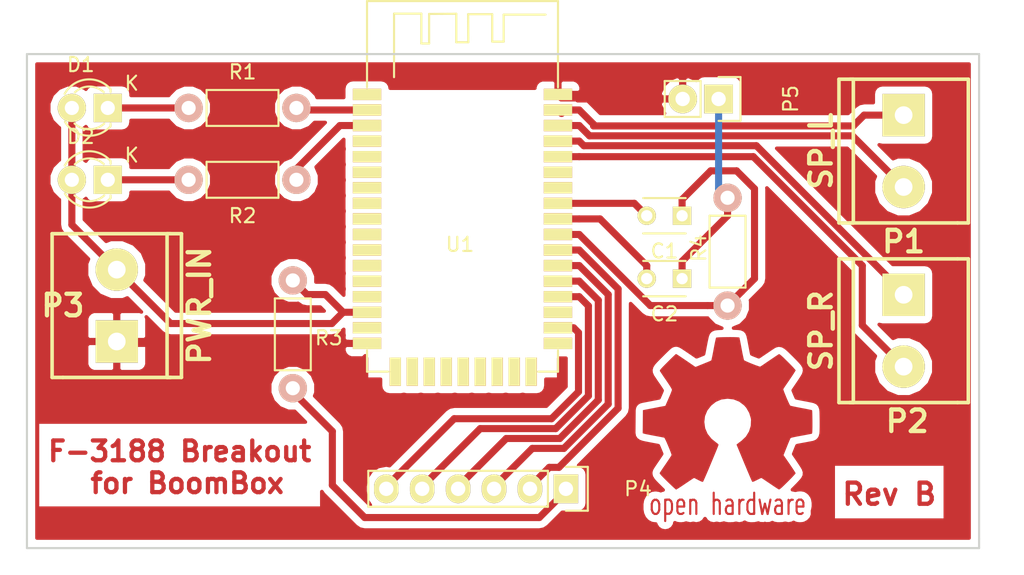
<source format=kicad_pcb>
(kicad_pcb (version 4) (host pcbnew 4.0.2+e4-6225~38~ubuntu16.04.1-stable)

  (general
    (links 27)
    (no_connects 0)
    (area 124.384999 82.474999 191.845001 117.550001)
    (thickness 1.6)
    (drawings 8)
    (tracks 110)
    (zones 0)
    (modules 15)
    (nets 47)
  )

  (page A4)
  (layers
    (0 F.Cu signal)
    (31 B.Cu signal)
    (32 B.Adhes user)
    (33 F.Adhes user)
    (34 B.Paste user)
    (35 F.Paste user)
    (36 B.SilkS user)
    (37 F.SilkS user)
    (38 B.Mask user)
    (39 F.Mask user)
    (40 Dwgs.User user)
    (41 Cmts.User user)
    (42 Eco1.User user)
    (43 Eco2.User user)
    (44 Edge.Cuts user)
    (45 Margin user)
    (46 B.CrtYd user)
    (47 F.CrtYd user)
    (48 B.Fab user)
    (49 F.Fab user)
  )

  (setup
    (last_trace_width 0.5)
    (trace_clearance 0.2)
    (zone_clearance 0.508)
    (zone_45_only yes)
    (trace_min 0.2)
    (segment_width 0.2)
    (edge_width 0.15)
    (via_size 0.6)
    (via_drill 0.4)
    (via_min_size 0.4)
    (via_min_drill 0.3)
    (uvia_size 0.3)
    (uvia_drill 0.1)
    (uvias_allowed no)
    (uvia_min_size 0.2)
    (uvia_min_drill 0.1)
    (pcb_text_width 0.3)
    (pcb_text_size 1.5 1.5)
    (mod_edge_width 0.15)
    (mod_text_size 1 1)
    (mod_text_width 0.15)
    (pad_size 1.524 1.524)
    (pad_drill 0.762)
    (pad_to_mask_clearance 0.2)
    (aux_axis_origin 0 0)
    (visible_elements FFFFFF7F)
    (pcbplotparams
      (layerselection 0x00030_80000001)
      (usegerberextensions false)
      (excludeedgelayer true)
      (linewidth 0.100000)
      (plotframeref false)
      (viasonmask false)
      (mode 1)
      (useauxorigin false)
      (hpglpennumber 1)
      (hpglpenspeed 20)
      (hpglpendiameter 15)
      (hpglpenoverlay 2)
      (psnegative false)
      (psa4output false)
      (plotreference true)
      (plotvalue true)
      (plotinvisibletext false)
      (padsonsilk false)
      (subtractmaskfromsilk false)
      (outputformat 1)
      (mirror false)
      (drillshape 1)
      (scaleselection 1)
      (outputdirectory ""))
  )

  (net 0 "")
  (net 1 "Net-(C1-Pad1)")
  (net 2 "Net-(C1-Pad2)")
  (net 3 "Net-(C2-Pad2)")
  (net 4 "Net-(D1-Pad1)")
  (net 5 VCC)
  (net 6 "Net-(D2-Pad1)")
  (net 7 /SPK_L_P)
  (net 8 /SPK_L_N)
  (net 9 /SPK_R_P)
  (net 10 /SPK_R_N)
  (net 11 GND)
  (net 12 PULLUP)
  (net 13 /Vol+)
  (net 14 /Track-)
  (net 15 /Play)
  (net 16 "Net-(R1-Pad1)")
  (net 17 "Net-(R2-Pad1)")
  (net 18 "Net-(U1-Pad1)")
  (net 19 "Net-(U1-Pad4)")
  (net 20 "Net-(U1-Pad5)")
  (net 21 "Net-(U1-Pad6)")
  (net 22 "Net-(U1-Pad7)")
  (net 23 "Net-(U1-Pad8)")
  (net 24 "Net-(U1-Pad9)")
  (net 25 "Net-(U1-Pad10)")
  (net 26 "Net-(U1-Pad11)")
  (net 27 "Net-(U1-Pad12)")
  (net 28 "Net-(U1-Pad13)")
  (net 29 "Net-(U1-Pad14)")
  (net 30 "Net-(U1-Pad16)")
  (net 31 "Net-(U1-Pad18)")
  (net 32 "Net-(U1-Pad19)")
  (net 33 "Net-(U1-Pad20)")
  (net 34 "Net-(U1-Pad21)")
  (net 35 "Net-(U1-Pad22)")
  (net 36 "Net-(U1-Pad23)")
  (net 37 "Net-(U1-Pad24)")
  (net 38 "Net-(U1-Pad25)")
  (net 39 "Net-(U1-Pad26)")
  (net 40 "Net-(U1-Pad38)")
  (net 41 "Net-(U1-Pad37)")
  (net 42 /Vol-)
  (net 43 /Track+)
  (net 44 "Net-(U1-Pad29)")
  (net 45 "Net-(U1-Pad27)")
  (net 46 "Net-(C2-Pad1)")

  (net_class Default "This is the default net class."
    (clearance 0.2)
    (trace_width 0.5)
    (via_dia 0.6)
    (via_drill 0.4)
    (uvia_dia 0.3)
    (uvia_drill 0.1)
    (add_net /Play)
    (add_net /SPK_L_N)
    (add_net /SPK_L_P)
    (add_net /SPK_R_N)
    (add_net /SPK_R_P)
    (add_net /Track+)
    (add_net /Track-)
    (add_net /Vol+)
    (add_net /Vol-)
    (add_net GND)
    (add_net "Net-(C1-Pad1)")
    (add_net "Net-(C1-Pad2)")
    (add_net "Net-(C2-Pad1)")
    (add_net "Net-(C2-Pad2)")
    (add_net "Net-(D1-Pad1)")
    (add_net "Net-(D2-Pad1)")
    (add_net "Net-(R1-Pad1)")
    (add_net "Net-(R2-Pad1)")
    (add_net "Net-(U1-Pad1)")
    (add_net "Net-(U1-Pad10)")
    (add_net "Net-(U1-Pad11)")
    (add_net "Net-(U1-Pad12)")
    (add_net "Net-(U1-Pad13)")
    (add_net "Net-(U1-Pad14)")
    (add_net "Net-(U1-Pad16)")
    (add_net "Net-(U1-Pad18)")
    (add_net "Net-(U1-Pad19)")
    (add_net "Net-(U1-Pad20)")
    (add_net "Net-(U1-Pad21)")
    (add_net "Net-(U1-Pad22)")
    (add_net "Net-(U1-Pad23)")
    (add_net "Net-(U1-Pad24)")
    (add_net "Net-(U1-Pad25)")
    (add_net "Net-(U1-Pad26)")
    (add_net "Net-(U1-Pad27)")
    (add_net "Net-(U1-Pad29)")
    (add_net "Net-(U1-Pad37)")
    (add_net "Net-(U1-Pad38)")
    (add_net "Net-(U1-Pad4)")
    (add_net "Net-(U1-Pad5)")
    (add_net "Net-(U1-Pad6)")
    (add_net "Net-(U1-Pad7)")
    (add_net "Net-(U1-Pad8)")
    (add_net "Net-(U1-Pad9)")
    (add_net PULLUP)
    (add_net VCC)
  )

  (module Pin_Headers:Pin_Header_Straight_1x02 (layer F.Cu) (tedit 54EA090C) (tstamp 57516442)
    (at 173.355 85.725 270)
    (descr "Through hole pin header")
    (tags "pin header")
    (path /57517388)
    (fp_text reference P5 (at 0 -5.1 270) (layer F.SilkS)
      (effects (font (size 1 1) (thickness 0.15)))
    )
    (fp_text value MIC_IN (at 0 -3.1 270) (layer F.Fab)
      (effects (font (size 1 1) (thickness 0.15)))
    )
    (fp_line (start 1.27 1.27) (end 1.27 3.81) (layer F.SilkS) (width 0.15))
    (fp_line (start 1.55 -1.55) (end 1.55 0) (layer F.SilkS) (width 0.15))
    (fp_line (start -1.75 -1.75) (end -1.75 4.3) (layer F.CrtYd) (width 0.05))
    (fp_line (start 1.75 -1.75) (end 1.75 4.3) (layer F.CrtYd) (width 0.05))
    (fp_line (start -1.75 -1.75) (end 1.75 -1.75) (layer F.CrtYd) (width 0.05))
    (fp_line (start -1.75 4.3) (end 1.75 4.3) (layer F.CrtYd) (width 0.05))
    (fp_line (start 1.27 1.27) (end -1.27 1.27) (layer F.SilkS) (width 0.15))
    (fp_line (start -1.55 0) (end -1.55 -1.55) (layer F.SilkS) (width 0.15))
    (fp_line (start -1.55 -1.55) (end 1.55 -1.55) (layer F.SilkS) (width 0.15))
    (fp_line (start -1.27 1.27) (end -1.27 3.81) (layer F.SilkS) (width 0.15))
    (fp_line (start -1.27 3.81) (end 1.27 3.81) (layer F.SilkS) (width 0.15))
    (pad 1 thru_hole rect (at 0 0 270) (size 2.032 2.032) (drill 1.016) (layers *.Cu *.Mask F.SilkS)
      (net 46 "Net-(C2-Pad1)"))
    (pad 2 thru_hole oval (at 0 2.54 270) (size 2.032 2.032) (drill 1.016) (layers *.Cu *.Mask F.SilkS)
      (net 11 GND))
    (model Pin_Headers.3dshapes/Pin_Header_Straight_1x02.wrl
      (at (xyz 0 -0.05 0))
      (scale (xyz 1 1 1))
      (rotate (xyz 0 0 90))
    )
  )

  (module Resistors_ThroughHole:Resistor_Horizontal_RM7mm (layer F.Cu) (tedit 569FCF07) (tstamp 5751645A)
    (at 173.99 92.71 270)
    (descr "Resistor, Axial,  RM 7.62mm, 1/3W,")
    (tags "Resistor Axial RM 7.62mm 1/3W R3")
    (path /57516843)
    (fp_text reference R4 (at 3.556 2.032 270) (layer F.SilkS)
      (effects (font (size 1 1) (thickness 0.15)))
    )
    (fp_text value 2K2 (at 3.81 3.81 270) (layer F.Fab)
      (effects (font (size 1 1) (thickness 0.15)))
    )
    (fp_line (start -1.25 -1.5) (end 8.85 -1.5) (layer F.CrtYd) (width 0.05))
    (fp_line (start -1.25 1.5) (end -1.25 -1.5) (layer F.CrtYd) (width 0.05))
    (fp_line (start 8.85 -1.5) (end 8.85 1.5) (layer F.CrtYd) (width 0.05))
    (fp_line (start -1.25 1.5) (end 8.85 1.5) (layer F.CrtYd) (width 0.05))
    (fp_line (start 1.27 -1.27) (end 6.35 -1.27) (layer F.SilkS) (width 0.15))
    (fp_line (start 6.35 -1.27) (end 6.35 1.27) (layer F.SilkS) (width 0.15))
    (fp_line (start 6.35 1.27) (end 1.27 1.27) (layer F.SilkS) (width 0.15))
    (fp_line (start 1.27 1.27) (end 1.27 -1.27) (layer F.SilkS) (width 0.15))
    (pad 1 thru_hole circle (at 0 0 270) (size 1.99898 1.99898) (drill 1.00076) (layers *.Cu *.SilkS *.Mask)
      (net 46 "Net-(C2-Pad1)"))
    (pad 2 thru_hole circle (at 7.62 0 270) (size 1.99898 1.99898) (drill 1.00076) (layers *.Cu *.SilkS *.Mask)
      (net 1 "Net-(C1-Pad1)"))
  )

  (module LEDs:LED-3MM (layer F.Cu) (tedit 559B82F6) (tstamp 5751641A)
    (at 130.175 86.36 180)
    (descr "LED 3mm round vertical")
    (tags "LED  3mm round vertical")
    (path /57514F36)
    (fp_text reference D1 (at 1.91 3.06 180) (layer F.SilkS)
      (effects (font (size 1 1) (thickness 0.15)))
    )
    (fp_text value LED (at 1.3 -2.9 180) (layer F.Fab)
      (effects (font (size 1 1) (thickness 0.15)))
    )
    (fp_line (start -1.2 2.3) (end 3.8 2.3) (layer F.CrtYd) (width 0.05))
    (fp_line (start 3.8 2.3) (end 3.8 -2.2) (layer F.CrtYd) (width 0.05))
    (fp_line (start 3.8 -2.2) (end -1.2 -2.2) (layer F.CrtYd) (width 0.05))
    (fp_line (start -1.2 -2.2) (end -1.2 2.3) (layer F.CrtYd) (width 0.05))
    (fp_line (start -0.199 1.314) (end -0.199 1.114) (layer F.SilkS) (width 0.15))
    (fp_line (start -0.199 -1.28) (end -0.199 -1.1) (layer F.SilkS) (width 0.15))
    (fp_arc (start 1.301 0.034) (end -0.199 -1.286) (angle 108.5) (layer F.SilkS) (width 0.15))
    (fp_arc (start 1.301 0.034) (end 0.25 -1.1) (angle 85.7) (layer F.SilkS) (width 0.15))
    (fp_arc (start 1.311 0.034) (end 3.051 0.994) (angle 110) (layer F.SilkS) (width 0.15))
    (fp_arc (start 1.301 0.034) (end 2.335 1.094) (angle 87.5) (layer F.SilkS) (width 0.15))
    (fp_text user K (at -1.69 1.74 180) (layer F.SilkS)
      (effects (font (size 1 1) (thickness 0.15)))
    )
    (pad 1 thru_hole rect (at 0 0 270) (size 2 2) (drill 1.00076) (layers *.Cu *.Mask F.SilkS)
      (net 4 "Net-(D1-Pad1)"))
    (pad 2 thru_hole circle (at 2.54 0 180) (size 2 2) (drill 1.00076) (layers *.Cu *.Mask F.SilkS)
      (net 5 VCC))
    (model LEDs.3dshapes/LED-3MM.wrl
      (at (xyz 0.05 0 0))
      (scale (xyz 1 1 1))
      (rotate (xyz 0 0 90))
    )
  )

  (module LEDs:LED-3MM (layer F.Cu) (tedit 559B82F6) (tstamp 57516420)
    (at 130.175 91.44 180)
    (descr "LED 3mm round vertical")
    (tags "LED  3mm round vertical")
    (path /57514F63)
    (fp_text reference D2 (at 1.91 3.06 180) (layer F.SilkS)
      (effects (font (size 1 1) (thickness 0.15)))
    )
    (fp_text value LED (at 1.3 -2.9 180) (layer F.Fab)
      (effects (font (size 1 1) (thickness 0.15)))
    )
    (fp_line (start -1.2 2.3) (end 3.8 2.3) (layer F.CrtYd) (width 0.05))
    (fp_line (start 3.8 2.3) (end 3.8 -2.2) (layer F.CrtYd) (width 0.05))
    (fp_line (start 3.8 -2.2) (end -1.2 -2.2) (layer F.CrtYd) (width 0.05))
    (fp_line (start -1.2 -2.2) (end -1.2 2.3) (layer F.CrtYd) (width 0.05))
    (fp_line (start -0.199 1.314) (end -0.199 1.114) (layer F.SilkS) (width 0.15))
    (fp_line (start -0.199 -1.28) (end -0.199 -1.1) (layer F.SilkS) (width 0.15))
    (fp_arc (start 1.301 0.034) (end -0.199 -1.286) (angle 108.5) (layer F.SilkS) (width 0.15))
    (fp_arc (start 1.301 0.034) (end 0.25 -1.1) (angle 85.7) (layer F.SilkS) (width 0.15))
    (fp_arc (start 1.311 0.034) (end 3.051 0.994) (angle 110) (layer F.SilkS) (width 0.15))
    (fp_arc (start 1.301 0.034) (end 2.335 1.094) (angle 87.5) (layer F.SilkS) (width 0.15))
    (fp_text user K (at -1.69 1.74 180) (layer F.SilkS)
      (effects (font (size 1 1) (thickness 0.15)))
    )
    (pad 1 thru_hole rect (at 0 0 270) (size 2 2) (drill 1.00076) (layers *.Cu *.Mask F.SilkS)
      (net 6 "Net-(D2-Pad1)"))
    (pad 2 thru_hole circle (at 2.54 0 180) (size 2 2) (drill 1.00076) (layers *.Cu *.Mask F.SilkS)
      (net 5 VCC))
    (model LEDs.3dshapes/LED-3MM.wrl
      (at (xyz 0.05 0 0))
      (scale (xyz 1 1 1))
      (rotate (xyz 0 0 90))
    )
  )

  (module w_conn_screw:mors_2p (layer F.Cu) (tedit 5753F9C6) (tstamp 57516426)
    (at 186.436 89.408 270)
    (descr "Terminal block 2 pins")
    (tags DEV)
    (path /57514CC6)
    (fp_text reference P1 (at 6.4 0 360) (layer F.SilkS)
      (effects (font (thickness 0.3048)))
    )
    (fp_text value SP_L (at 0 5.842 270) (layer F.SilkS)
      (effects (font (thickness 0.3048)))
    )
    (fp_line (start 5.08 -3.81) (end 5.08 -4.572) (layer F.SilkS) (width 0.254))
    (fp_line (start 5.08 -4.572) (end -5.08 -4.572) (layer F.SilkS) (width 0.254))
    (fp_line (start -5.08 -4.572) (end -5.08 -3.81) (layer F.SilkS) (width 0.254))
    (fp_line (start 5.08 4.572) (end -5.08 4.572) (layer F.SilkS) (width 0.254))
    (fp_line (start -5.08 4.572) (end -5.08 3.556) (layer F.SilkS) (width 0.254))
    (fp_line (start -5.08 3.556) (end 5.08 3.556) (layer F.SilkS) (width 0.254))
    (fp_line (start 5.08 3.556) (end 5.08 4.572) (layer F.SilkS) (width 0.254))
    (fp_line (start 5.08 3.81) (end 5.08 -3.81) (layer F.SilkS) (width 0.254))
    (fp_line (start -5.08 -3.81) (end -5.08 3.81) (layer F.SilkS) (width 0.254))
    (pad 1 thru_hole rect (at -2.54 0 270) (size 2.99974 2.99974) (drill 1.24968) (layers *.Cu *.Mask F.SilkS)
      (net 7 /SPK_L_P))
    (pad 2 thru_hole circle (at 2.54 0 270) (size 2.99974 2.99974) (drill 1.24968) (layers *.Cu *.Mask F.SilkS)
      (net 8 /SPK_L_N))
    (model walter/conn_screw/mors_2p.wrl
      (at (xyz 0 0 0))
      (scale (xyz 1 1 1))
      (rotate (xyz 0 0 0))
    )
  )

  (module w_conn_screw:mors_2p (layer F.Cu) (tedit 5753F9CC) (tstamp 5751642C)
    (at 186.436 102.108 270)
    (descr "Terminal block 2 pins")
    (tags DEV)
    (path /57514CF7)
    (fp_text reference P2 (at 6.4 -0.254 360) (layer F.SilkS)
      (effects (font (thickness 0.3048)))
    )
    (fp_text value SP_R (at 0 5.842 270) (layer F.SilkS)
      (effects (font (thickness 0.3048)))
    )
    (fp_line (start 5.08 -3.81) (end 5.08 -4.572) (layer F.SilkS) (width 0.254))
    (fp_line (start 5.08 -4.572) (end -5.08 -4.572) (layer F.SilkS) (width 0.254))
    (fp_line (start -5.08 -4.572) (end -5.08 -3.81) (layer F.SilkS) (width 0.254))
    (fp_line (start 5.08 4.572) (end -5.08 4.572) (layer F.SilkS) (width 0.254))
    (fp_line (start -5.08 4.572) (end -5.08 3.556) (layer F.SilkS) (width 0.254))
    (fp_line (start -5.08 3.556) (end 5.08 3.556) (layer F.SilkS) (width 0.254))
    (fp_line (start 5.08 3.556) (end 5.08 4.572) (layer F.SilkS) (width 0.254))
    (fp_line (start 5.08 3.81) (end 5.08 -3.81) (layer F.SilkS) (width 0.254))
    (fp_line (start -5.08 -3.81) (end -5.08 3.81) (layer F.SilkS) (width 0.254))
    (pad 1 thru_hole rect (at -2.54 0 270) (size 2.99974 2.99974) (drill 1.24968) (layers *.Cu *.Mask F.SilkS)
      (net 9 /SPK_R_P))
    (pad 2 thru_hole circle (at 2.54 0 270) (size 2.99974 2.99974) (drill 1.24968) (layers *.Cu *.Mask F.SilkS)
      (net 10 /SPK_R_N))
    (model walter/conn_screw/mors_2p.wrl
      (at (xyz 0 0 0))
      (scale (xyz 1 1 1))
      (rotate (xyz 0 0 0))
    )
  )

  (module w_conn_screw:mors_2p (layer F.Cu) (tedit 0) (tstamp 57516432)
    (at 130.81 100.33 90)
    (descr "Terminal block 2 pins")
    (tags DEV)
    (path /57516B45)
    (fp_text reference P3 (at 0 -3.81 180) (layer F.SilkS)
      (effects (font (thickness 0.3048)))
    )
    (fp_text value PWR_IN (at 0 5.842 90) (layer F.SilkS)
      (effects (font (thickness 0.3048)))
    )
    (fp_line (start 5.08 -3.81) (end 5.08 -4.572) (layer F.SilkS) (width 0.254))
    (fp_line (start 5.08 -4.572) (end -5.08 -4.572) (layer F.SilkS) (width 0.254))
    (fp_line (start -5.08 -4.572) (end -5.08 -3.81) (layer F.SilkS) (width 0.254))
    (fp_line (start 5.08 4.572) (end -5.08 4.572) (layer F.SilkS) (width 0.254))
    (fp_line (start -5.08 4.572) (end -5.08 3.556) (layer F.SilkS) (width 0.254))
    (fp_line (start -5.08 3.556) (end 5.08 3.556) (layer F.SilkS) (width 0.254))
    (fp_line (start 5.08 3.556) (end 5.08 4.572) (layer F.SilkS) (width 0.254))
    (fp_line (start 5.08 3.81) (end 5.08 -3.81) (layer F.SilkS) (width 0.254))
    (fp_line (start -5.08 -3.81) (end -5.08 3.81) (layer F.SilkS) (width 0.254))
    (pad 1 thru_hole rect (at -2.54 0 90) (size 2.99974 2.99974) (drill 1.24968) (layers *.Cu *.Mask F.SilkS)
      (net 11 GND))
    (pad 2 thru_hole circle (at 2.54 0 90) (size 2.99974 2.99974) (drill 1.24968) (layers *.Cu *.Mask F.SilkS)
      (net 5 VCC))
    (model walter/conn_screw/mors_2p.wrl
      (at (xyz 0 0 0))
      (scale (xyz 1 1 1))
      (rotate (xyz 0 0 0))
    )
  )

  (module Pin_Headers:Pin_Header_Straight_1x06 (layer F.Cu) (tedit 0) (tstamp 5751643C)
    (at 162.56 113.284 270)
    (descr "Through hole pin header")
    (tags "pin header")
    (path /5751B2FD)
    (fp_text reference P4 (at 0 -5.1 360) (layer F.SilkS)
      (effects (font (size 1 1) (thickness 0.15)))
    )
    (fp_text value CONN_01X06 (at 0 -3.1 270) (layer F.Fab)
      (effects (font (size 1 1) (thickness 0.15)))
    )
    (fp_line (start -1.75 -1.75) (end -1.75 14.45) (layer F.CrtYd) (width 0.05))
    (fp_line (start 1.75 -1.75) (end 1.75 14.45) (layer F.CrtYd) (width 0.05))
    (fp_line (start -1.75 -1.75) (end 1.75 -1.75) (layer F.CrtYd) (width 0.05))
    (fp_line (start -1.75 14.45) (end 1.75 14.45) (layer F.CrtYd) (width 0.05))
    (fp_line (start 1.27 1.27) (end 1.27 13.97) (layer F.SilkS) (width 0.15))
    (fp_line (start 1.27 13.97) (end -1.27 13.97) (layer F.SilkS) (width 0.15))
    (fp_line (start -1.27 13.97) (end -1.27 1.27) (layer F.SilkS) (width 0.15))
    (fp_line (start 1.55 -1.55) (end 1.55 0) (layer F.SilkS) (width 0.15))
    (fp_line (start 1.27 1.27) (end -1.27 1.27) (layer F.SilkS) (width 0.15))
    (fp_line (start -1.55 0) (end -1.55 -1.55) (layer F.SilkS) (width 0.15))
    (fp_line (start -1.55 -1.55) (end 1.55 -1.55) (layer F.SilkS) (width 0.15))
    (pad 1 thru_hole rect (at 0 0 270) (size 2.032 1.7272) (drill 1.016) (layers *.Cu *.Mask F.SilkS)
      (net 12 PULLUP))
    (pad 2 thru_hole oval (at 0 2.54 270) (size 2.032 1.7272) (drill 1.016) (layers *.Cu *.Mask F.SilkS)
      (net 13 /Vol+))
    (pad 3 thru_hole oval (at 0 5.08 270) (size 2.032 1.7272) (drill 1.016) (layers *.Cu *.Mask F.SilkS)
      (net 42 /Vol-))
    (pad 4 thru_hole oval (at 0 7.62 270) (size 2.032 1.7272) (drill 1.016) (layers *.Cu *.Mask F.SilkS)
      (net 43 /Track+))
    (pad 5 thru_hole oval (at 0 10.16 270) (size 2.032 1.7272) (drill 1.016) (layers *.Cu *.Mask F.SilkS)
      (net 14 /Track-))
    (pad 6 thru_hole oval (at 0 12.7 270) (size 2.032 1.7272) (drill 1.016) (layers *.Cu *.Mask F.SilkS)
      (net 15 /Play))
    (model Pin_Headers.3dshapes/Pin_Header_Straight_1x06.wrl
      (at (xyz 0 -0.25 0))
      (scale (xyz 1 1 1))
      (rotate (xyz 0 0 90))
    )
  )

  (module Resistors_ThroughHole:Resistor_Horizontal_RM7mm (layer F.Cu) (tedit 57529FF3) (tstamp 57516448)
    (at 143.51 86.36 180)
    (descr "Resistor, Axial,  RM 7.62mm, 1/3W,")
    (tags "Resistor Axial RM 7.62mm 1/3W R3")
    (path /57514DCE)
    (fp_text reference R1 (at 3.81 2.54 180) (layer F.SilkS)
      (effects (font (size 1 1) (thickness 0.15)))
    )
    (fp_text value 2K2 (at 3.81 0 180) (layer F.Fab)
      (effects (font (size 1 1) (thickness 0.15)))
    )
    (fp_line (start -1.25 -1.5) (end 8.85 -1.5) (layer F.CrtYd) (width 0.05))
    (fp_line (start -1.25 1.5) (end -1.25 -1.5) (layer F.CrtYd) (width 0.05))
    (fp_line (start 8.85 -1.5) (end 8.85 1.5) (layer F.CrtYd) (width 0.05))
    (fp_line (start -1.25 1.5) (end 8.85 1.5) (layer F.CrtYd) (width 0.05))
    (fp_line (start 1.27 -1.27) (end 6.35 -1.27) (layer F.SilkS) (width 0.15))
    (fp_line (start 6.35 -1.27) (end 6.35 1.27) (layer F.SilkS) (width 0.15))
    (fp_line (start 6.35 1.27) (end 1.27 1.27) (layer F.SilkS) (width 0.15))
    (fp_line (start 1.27 1.27) (end 1.27 -1.27) (layer F.SilkS) (width 0.15))
    (pad 1 thru_hole circle (at 0 0 180) (size 1.99898 1.99898) (drill 1.00076) (layers *.Cu *.SilkS *.Mask)
      (net 16 "Net-(R1-Pad1)"))
    (pad 2 thru_hole circle (at 7.62 0 180) (size 1.99898 1.99898) (drill 1.00076) (layers *.Cu *.SilkS *.Mask)
      (net 4 "Net-(D1-Pad1)"))
  )

  (module Resistors_ThroughHole:Resistor_Horizontal_RM7mm (layer F.Cu) (tedit 57529FFB) (tstamp 5751644E)
    (at 143.51 91.44 180)
    (descr "Resistor, Axial,  RM 7.62mm, 1/3W,")
    (tags "Resistor Axial RM 7.62mm 1/3W R3")
    (path /57514DF9)
    (fp_text reference R2 (at 3.81 -2.54 180) (layer F.SilkS)
      (effects (font (size 1 1) (thickness 0.15)))
    )
    (fp_text value 2K2 (at 3.81 0 180) (layer F.Fab)
      (effects (font (size 1 1) (thickness 0.15)))
    )
    (fp_line (start -1.25 -1.5) (end 8.85 -1.5) (layer F.CrtYd) (width 0.05))
    (fp_line (start -1.25 1.5) (end -1.25 -1.5) (layer F.CrtYd) (width 0.05))
    (fp_line (start 8.85 -1.5) (end 8.85 1.5) (layer F.CrtYd) (width 0.05))
    (fp_line (start -1.25 1.5) (end 8.85 1.5) (layer F.CrtYd) (width 0.05))
    (fp_line (start 1.27 -1.27) (end 6.35 -1.27) (layer F.SilkS) (width 0.15))
    (fp_line (start 6.35 -1.27) (end 6.35 1.27) (layer F.SilkS) (width 0.15))
    (fp_line (start 6.35 1.27) (end 1.27 1.27) (layer F.SilkS) (width 0.15))
    (fp_line (start 1.27 1.27) (end 1.27 -1.27) (layer F.SilkS) (width 0.15))
    (pad 1 thru_hole circle (at 0 0 180) (size 1.99898 1.99898) (drill 1.00076) (layers *.Cu *.SilkS *.Mask)
      (net 17 "Net-(R2-Pad1)"))
    (pad 2 thru_hole circle (at 7.62 0 180) (size 1.99898 1.99898) (drill 1.00076) (layers *.Cu *.SilkS *.Mask)
      (net 6 "Net-(D2-Pad1)"))
  )

  (module Resistors_ThroughHole:Resistor_Horizontal_RM7mm (layer F.Cu) (tedit 569FCF07) (tstamp 57516454)
    (at 143.256 98.552 270)
    (descr "Resistor, Axial,  RM 7.62mm, 1/3W,")
    (tags "Resistor Axial RM 7.62mm 1/3W R3")
    (path /57515176)
    (fp_text reference R3 (at 4.064 -2.54 360) (layer F.SilkS)
      (effects (font (size 1 1) (thickness 0.15)))
    )
    (fp_text value 10K (at 3.81 3.81 270) (layer F.Fab)
      (effects (font (size 1 1) (thickness 0.15)))
    )
    (fp_line (start -1.25 -1.5) (end 8.85 -1.5) (layer F.CrtYd) (width 0.05))
    (fp_line (start -1.25 1.5) (end -1.25 -1.5) (layer F.CrtYd) (width 0.05))
    (fp_line (start 8.85 -1.5) (end 8.85 1.5) (layer F.CrtYd) (width 0.05))
    (fp_line (start -1.25 1.5) (end 8.85 1.5) (layer F.CrtYd) (width 0.05))
    (fp_line (start 1.27 -1.27) (end 6.35 -1.27) (layer F.SilkS) (width 0.15))
    (fp_line (start 6.35 -1.27) (end 6.35 1.27) (layer F.SilkS) (width 0.15))
    (fp_line (start 6.35 1.27) (end 1.27 1.27) (layer F.SilkS) (width 0.15))
    (fp_line (start 1.27 1.27) (end 1.27 -1.27) (layer F.SilkS) (width 0.15))
    (pad 1 thru_hole circle (at 0 0 270) (size 1.99898 1.99898) (drill 1.00076) (layers *.Cu *.SilkS *.Mask)
      (net 5 VCC))
    (pad 2 thru_hole circle (at 7.62 0 270) (size 1.99898 1.99898) (drill 1.00076) (layers *.Cu *.SilkS *.Mask)
      (net 12 PULLUP))
  )

  (module f3188_CSR8645:f3188_CSR8645 (layer F.Cu) (tedit 56DEA7A5) (tstamp 57516489)
    (at 148.5011 105.0036)
    (path /57514C0F)
    (fp_text reference U1 (at 6.57 -8.99) (layer F.SilkS)
      (effects (font (size 1 1) (thickness 0.15)))
    )
    (fp_text value F-3188_CSR8645 (at 6.68 -10.9) (layer F.Fab)
      (effects (font (size 1 1) (thickness 0.15)))
    )
    (fp_line (start 1.91 -20.82) (end 1.91 -25.31) (layer F.SilkS) (width 0.15))
    (fp_line (start 1.91 -25.31) (end 3.84 -25.31) (layer F.SilkS) (width 0.15))
    (fp_line (start 3.84 -25.31) (end 3.84 -23.2) (layer F.SilkS) (width 0.15))
    (fp_line (start 3.84 -23.2) (end 4.39 -23.2) (layer F.SilkS) (width 0.15))
    (fp_line (start 4.39 -23.2) (end 4.39 -25.29) (layer F.SilkS) (width 0.15))
    (fp_line (start 4.39 -25.29) (end 6.31 -25.3) (layer F.SilkS) (width 0.15))
    (fp_line (start 6.31 -25.3) (end 6.31 -23.29) (layer F.SilkS) (width 0.15))
    (fp_line (start 6.31 -23.29) (end 7.16 -23.29) (layer F.SilkS) (width 0.15))
    (fp_line (start 7.16 -23.3) (end 7.15 -25.27) (layer F.SilkS) (width 0.15))
    (fp_line (start 7.15 -25.27) (end 8.85 -25.27) (layer F.SilkS) (width 0.15))
    (fp_line (start 8.85 -25.27) (end 8.85 -23.33) (layer F.SilkS) (width 0.15))
    (fp_line (start 8.87 -23.33) (end 9.66 -23.33) (layer F.SilkS) (width 0.15))
    (fp_line (start 9.66 -23.33) (end 9.66 -25.24) (layer F.SilkS) (width 0.15))
    (fp_line (start 9.66 -25.24) (end 12.62 -25.24) (layer F.SilkS) (width 0.15))
    (fp_line (start 13.5 -20.1) (end 13.5 -26.2) (layer F.SilkS) (width 0.15))
    (fp_line (start 13.5 -26.2) (end 0 -26.2) (layer F.SilkS) (width 0.15))
    (fp_line (start 0 -26.2) (end 0 -20.1) (layer F.SilkS) (width 0.15))
    (fp_line (start 13.5 -1.5) (end 13.5 0) (layer F.SilkS) (width 0.15))
    (fp_line (start 13.5 0) (end 12.1 0) (layer F.SilkS) (width 0.15))
    (fp_line (start 0 -1.5) (end 0 0) (layer F.SilkS) (width 0.15))
    (fp_line (start 0 0) (end 1.5 0) (layer F.SilkS) (width 0.15))
    (pad 1 smd rect (at 0 -19.6) (size 2 0.8) (layers F.Cu F.Paste F.SilkS F.Mask)
      (net 18 "Net-(U1-Pad1)"))
    (pad 2 smd rect (at 0 -18.5) (size 2 0.8) (layers F.Cu F.Paste F.SilkS F.Mask)
      (net 16 "Net-(R1-Pad1)"))
    (pad 3 smd rect (at 0 -17.4) (size 2 0.8) (layers F.Cu F.Paste F.SilkS F.Mask)
      (net 17 "Net-(R2-Pad1)"))
    (pad 4 smd rect (at 0 -16.3) (size 2 0.8) (layers F.Cu F.Paste F.SilkS F.Mask)
      (net 19 "Net-(U1-Pad4)"))
    (pad 5 smd rect (at 0 -15.2) (size 2 0.8) (layers F.Cu F.Paste F.SilkS F.Mask)
      (net 20 "Net-(U1-Pad5)"))
    (pad 6 smd rect (at 0 -14.1) (size 2 0.8) (layers F.Cu F.Paste F.SilkS F.Mask)
      (net 21 "Net-(U1-Pad6)"))
    (pad 7 smd rect (at 0 -13) (size 2 0.8) (layers F.Cu F.Paste F.SilkS F.Mask)
      (net 22 "Net-(U1-Pad7)"))
    (pad 8 smd rect (at 0 -11.9) (size 2 0.8) (layers F.Cu F.Paste F.SilkS F.Mask)
      (net 23 "Net-(U1-Pad8)"))
    (pad 9 smd rect (at 0 -10.8) (size 2 0.8) (layers F.Cu F.Paste F.SilkS F.Mask)
      (net 24 "Net-(U1-Pad9)"))
    (pad 10 smd rect (at 0 -9.7) (size 2 0.8) (layers F.Cu F.Paste F.SilkS F.Mask)
      (net 25 "Net-(U1-Pad10)"))
    (pad 11 smd rect (at 0 -8.6) (size 2 0.8) (layers F.Cu F.Paste F.SilkS F.Mask)
      (net 26 "Net-(U1-Pad11)"))
    (pad 12 smd rect (at 0 -7.5) (size 2 0.8) (layers F.Cu F.Paste F.SilkS F.Mask)
      (net 27 "Net-(U1-Pad12)"))
    (pad 13 smd rect (at 0 -6.4) (size 2 0.8) (layers F.Cu F.Paste F.SilkS F.Mask)
      (net 28 "Net-(U1-Pad13)"))
    (pad 14 smd rect (at 0 -5.3) (size 2 0.8) (layers F.Cu F.Paste F.SilkS F.Mask)
      (net 29 "Net-(U1-Pad14)"))
    (pad 15 smd rect (at 0 -4.2) (size 2 0.8) (layers F.Cu F.Paste F.SilkS F.Mask)
      (net 5 VCC))
    (pad 16 smd rect (at 0 -3.1) (size 2 0.8) (layers F.Cu F.Paste F.SilkS F.Mask)
      (net 30 "Net-(U1-Pad16)"))
    (pad 17 smd rect (at 0 -2) (size 2 0.8) (layers F.Cu F.Paste F.SilkS F.Mask)
      (net 11 GND))
    (pad 18 smd rect (at 2 0) (size 0.8 2) (layers F.Cu F.Paste F.SilkS F.Mask)
      (net 31 "Net-(U1-Pad18)"))
    (pad 19 smd rect (at 3.2 0) (size 0.8 2) (layers F.Cu F.Paste F.SilkS F.Mask)
      (net 32 "Net-(U1-Pad19)"))
    (pad 20 smd rect (at 4.4 0) (size 0.8 2) (layers F.Cu F.Paste F.SilkS F.Mask)
      (net 33 "Net-(U1-Pad20)"))
    (pad 21 smd rect (at 5.6 0) (size 0.8 2) (layers F.Cu F.Paste F.SilkS F.Mask)
      (net 34 "Net-(U1-Pad21)"))
    (pad 22 smd rect (at 6.8 0) (size 0.8 2) (layers F.Cu F.Paste F.SilkS F.Mask)
      (net 35 "Net-(U1-Pad22)"))
    (pad 23 smd rect (at 8 0) (size 0.8 2) (layers F.Cu F.Paste F.SilkS F.Mask)
      (net 36 "Net-(U1-Pad23)"))
    (pad 24 smd rect (at 9.2 0) (size 0.8 2) (layers F.Cu F.Paste F.SilkS F.Mask)
      (net 37 "Net-(U1-Pad24)"))
    (pad 25 smd rect (at 10.4 0) (size 0.8 2) (layers F.Cu F.Paste F.SilkS F.Mask)
      (net 38 "Net-(U1-Pad25)"))
    (pad 26 smd rect (at 11.6 0) (size 0.8 2) (layers F.Cu F.Paste F.SilkS F.Mask)
      (net 39 "Net-(U1-Pad26)"))
    (pad 43 smd rect (at 13.5 -19.6) (size 2 0.8) (layers F.Cu F.Paste F.SilkS F.Mask)
      (net 11 GND))
    (pad 42 smd rect (at 13.5 -18.5) (size 2 0.8) (layers F.Cu F.Paste F.SilkS F.Mask)
      (net 7 /SPK_L_P))
    (pad 41 smd rect (at 13.5 -17.4) (size 2 0.8) (layers F.Cu F.Paste F.SilkS F.Mask)
      (net 8 /SPK_L_N))
    (pad 40 smd rect (at 13.5 -16.3) (size 2 0.8) (layers F.Cu F.Paste F.SilkS F.Mask)
      (net 9 /SPK_R_P))
    (pad 39 smd rect (at 13.5 -15.2) (size 2 0.8) (layers F.Cu F.Paste F.SilkS F.Mask)
      (net 10 /SPK_R_N))
    (pad 38 smd rect (at 13.5 -14.1) (size 2 0.8) (layers F.Cu F.Paste F.SilkS F.Mask)
      (net 40 "Net-(U1-Pad38)"))
    (pad 37 smd rect (at 13.5 -13) (size 2 0.8) (layers F.Cu F.Paste F.SilkS F.Mask)
      (net 41 "Net-(U1-Pad37)"))
    (pad 36 smd rect (at 13.5 -11.9) (size 2 0.8) (layers F.Cu F.Paste F.SilkS F.Mask)
      (net 2 "Net-(C1-Pad2)"))
    (pad 35 smd rect (at 13.5 -10.8) (size 2 0.8) (layers F.Cu F.Paste F.SilkS F.Mask)
      (net 3 "Net-(C2-Pad2)"))
    (pad 34 smd rect (at 13.5 -9.7) (size 2 0.8) (layers F.Cu F.Paste F.SilkS F.Mask)
      (net 1 "Net-(C1-Pad1)"))
    (pad 33 smd rect (at 13.5 -8.6) (size 2 0.8) (layers F.Cu F.Paste F.SilkS F.Mask)
      (net 13 /Vol+))
    (pad 32 smd rect (at 13.5 -7.5) (size 2 0.8) (layers F.Cu F.Paste F.SilkS F.Mask)
      (net 42 /Vol-))
    (pad 31 smd rect (at 13.5 -6.4) (size 2 0.8) (layers F.Cu F.Paste F.SilkS F.Mask)
      (net 43 /Track+))
    (pad 30 smd rect (at 13.5 -5.3) (size 2 0.8) (layers F.Cu F.Paste F.SilkS F.Mask)
      (net 14 /Track-))
    (pad 29 smd rect (at 13.5 -4.2) (size 2 0.8) (layers F.Cu F.Paste F.SilkS F.Mask)
      (net 44 "Net-(U1-Pad29)"))
    (pad 28 smd rect (at 13.5 -3.1) (size 2 0.8) (layers F.Cu F.Paste F.SilkS F.Mask)
      (net 15 /Play))
    (pad 27 smd rect (at 13.5 -2) (size 2 0.8) (layers F.Cu F.Paste F.SilkS F.Mask)
      (net 45 "Net-(U1-Pad27)"))
  )

  (module Capacitors_ThroughHole:C_Disc_D3_P2.5 (layer F.Cu) (tedit 0) (tstamp 5751640E)
    (at 170.775 93.98 180)
    (descr "Capacitor 3mm Disc, Pitch 2.5mm")
    (tags Capacitor)
    (path /5751647A)
    (fp_text reference C1 (at 1.25 -2.5 180) (layer F.SilkS)
      (effects (font (size 1 1) (thickness 0.15)))
    )
    (fp_text value 100n (at 1.25 2.5 180) (layer F.Fab)
      (effects (font (size 1 1) (thickness 0.15)))
    )
    (fp_line (start -0.9 -1.5) (end 3.4 -1.5) (layer F.CrtYd) (width 0.05))
    (fp_line (start 3.4 -1.5) (end 3.4 1.5) (layer F.CrtYd) (width 0.05))
    (fp_line (start 3.4 1.5) (end -0.9 1.5) (layer F.CrtYd) (width 0.05))
    (fp_line (start -0.9 1.5) (end -0.9 -1.5) (layer F.CrtYd) (width 0.05))
    (fp_line (start -0.25 -1.25) (end 2.75 -1.25) (layer F.SilkS) (width 0.15))
    (fp_line (start 2.75 1.25) (end -0.25 1.25) (layer F.SilkS) (width 0.15))
    (pad 1 thru_hole rect (at 0 0 180) (size 1.3 1.3) (drill 0.8) (layers *.Cu *.Mask F.SilkS)
      (net 1 "Net-(C1-Pad1)"))
    (pad 2 thru_hole circle (at 2.5 0 180) (size 1.3 1.3) (drill 0.8001) (layers *.Cu *.Mask F.SilkS)
      (net 2 "Net-(C1-Pad2)"))
    (model Capacitors_ThroughHole.3dshapes/C_Disc_D3_P2.5.wrl
      (at (xyz 0.0492126 0 0))
      (scale (xyz 1 1 1))
      (rotate (xyz 0 0 0))
    )
  )

  (module Capacitors_ThroughHole:C_Disc_D3_P2.5 (layer F.Cu) (tedit 0) (tstamp 57516414)
    (at 170.775 98.425 180)
    (descr "Capacitor 3mm Disc, Pitch 2.5mm")
    (tags Capacitor)
    (path /575164B5)
    (fp_text reference C2 (at 1.25 -2.5 180) (layer F.SilkS)
      (effects (font (size 1 1) (thickness 0.15)))
    )
    (fp_text value 100n (at 1.25 2.5 180) (layer F.Fab)
      (effects (font (size 1 1) (thickness 0.15)))
    )
    (fp_line (start -0.9 -1.5) (end 3.4 -1.5) (layer F.CrtYd) (width 0.05))
    (fp_line (start 3.4 -1.5) (end 3.4 1.5) (layer F.CrtYd) (width 0.05))
    (fp_line (start 3.4 1.5) (end -0.9 1.5) (layer F.CrtYd) (width 0.05))
    (fp_line (start -0.9 1.5) (end -0.9 -1.5) (layer F.CrtYd) (width 0.05))
    (fp_line (start -0.25 -1.25) (end 2.75 -1.25) (layer F.SilkS) (width 0.15))
    (fp_line (start 2.75 1.25) (end -0.25 1.25) (layer F.SilkS) (width 0.15))
    (pad 1 thru_hole rect (at 0 0 180) (size 1.3 1.3) (drill 0.8) (layers *.Cu *.Mask F.SilkS)
      (net 46 "Net-(C2-Pad1)"))
    (pad 2 thru_hole circle (at 2.5 0 180) (size 1.3 1.3) (drill 0.8001) (layers *.Cu *.Mask F.SilkS)
      (net 3 "Net-(C2-Pad2)"))
    (model Capacitors_ThroughHole.3dshapes/C_Disc_D3_P2.5.wrl
      (at (xyz 0.0492126 0 0))
      (scale (xyz 1 1 1))
      (rotate (xyz 0 0 0))
    )
  )

  (module w_logo:Logo_copper_OSHW_12x13mm (layer F.Cu) (tedit 0) (tstamp 5754055D)
    (at 173.99 107.95)
    (descr "Open Hardware Logo, 12x13mm")
    (fp_text reference G*** (at 0 0) (layer F.SilkS) hide
      (effects (font (size 0.5461 0.5461) (thickness 0.10922)))
    )
    (fp_text value LOGO (at 0 0.9) (layer F.SilkS) hide
      (effects (font (size 0.5461 0.5461) (thickness 0.10922)))
    )
    (fp_line (start 5.21 7.11) (end 5.31 7.04) (layer F.Cu) (width 0.15))
    (fp_line (start 5.03 7.11) (end 5.21 7.11) (layer F.Cu) (width 0.15))
    (fp_line (start 4.93 7.04) (end 5.03 7.11) (layer F.Cu) (width 0.15))
    (fp_line (start 4.88 6.9) (end 4.93 7.04) (layer F.Cu) (width 0.15))
    (fp_line (start 4.88 6.32) (end 4.88 6.9) (layer F.Cu) (width 0.15))
    (fp_line (start 4.94 6.17) (end 4.88 6.32) (layer F.Cu) (width 0.15))
    (fp_line (start 5.04 6.1) (end 4.94 6.17) (layer F.Cu) (width 0.15))
    (fp_line (start 5.21 6.1) (end 5.04 6.1) (layer F.Cu) (width 0.15))
    (fp_line (start 5.31 6.19) (end 5.21 6.1) (layer F.Cu) (width 0.15))
    (fp_line (start 5.36 6.32) (end 5.31 6.19) (layer F.Cu) (width 0.15))
    (fp_line (start 5.36 6.59) (end 5.36 6.32) (layer F.Cu) (width 0.15))
    (fp_line (start 4.88 6.59) (end 5.36 6.59) (layer F.Cu) (width 0.15))
    (fp_line (start 4.31 6.11) (end 4.31 7.11) (layer F.Cu) (width 0.15))
    (fp_line (start 4.36 6.25) (end 4.31 6.42) (layer F.Cu) (width 0.15))
    (fp_line (start 4.4 6.19) (end 4.36 6.25) (layer F.Cu) (width 0.15))
    (fp_line (start 4.5 6.11) (end 4.4 6.19) (layer F.Cu) (width 0.15))
    (fp_line (start 4.61 6.11) (end 4.5 6.11) (layer F.Cu) (width 0.15))
    (fp_line (start 2.26 6.1) (end 2.45 7.11) (layer F.Cu) (width 0.15))
    (fp_line (start 2.45 7.11) (end 2.64 6.39) (layer F.Cu) (width 0.15))
    (fp_line (start 2.64 6.39) (end 2.83 7.11) (layer F.Cu) (width 0.15))
    (fp_line (start 2.83 7.11) (end 3.03 6.1) (layer F.Cu) (width 0.15))
    (fp_line (start 1.88 7.03) (end 1.79 7.11) (layer F.Cu) (width 0.15))
    (fp_line (start 1.79 7.11) (end 1.6 7.11) (layer F.Cu) (width 0.15))
    (fp_line (start 1.6 7.11) (end 1.53 7.06) (layer F.Cu) (width 0.15))
    (fp_line (start 1.53 7.06) (end 1.46 6.98) (layer F.Cu) (width 0.15))
    (fp_line (start 1.46 6.98) (end 1.4 6.82) (layer F.Cu) (width 0.15))
    (fp_line (start 1.4 6.82) (end 1.4 6.4) (layer F.Cu) (width 0.15))
    (fp_line (start 1.4 6.4) (end 1.45 6.25) (layer F.Cu) (width 0.15))
    (fp_line (start 1.45 6.25) (end 1.52 6.16) (layer F.Cu) (width 0.15))
    (fp_line (start 1.52 6.16) (end 1.6 6.11) (layer F.Cu) (width 0.15))
    (fp_line (start 1.6 6.11) (end 1.78 6.11) (layer F.Cu) (width 0.15))
    (fp_line (start 1.78 6.11) (end 1.88 6.19) (layer F.Cu) (width 0.15))
    (fp_line (start 1.88 5.61) (end 1.88 7.11) (layer F.Cu) (width 0.15))
    (fp_line (start 1.13 6.11) (end 1.02 6.11) (layer F.Cu) (width 0.15))
    (fp_line (start 1.02 6.11) (end 0.92 6.19) (layer F.Cu) (width 0.15))
    (fp_line (start 0.92 6.19) (end 0.88 6.25) (layer F.Cu) (width 0.15))
    (fp_line (start 0.88 6.25) (end 0.83 6.42) (layer F.Cu) (width 0.15))
    (fp_line (start 0.83 6.11) (end 0.83 7.11) (layer F.Cu) (width 0.15))
    (fp_line (start 3.84 6.32) (end 3.84 7.11) (layer F.Cu) (width 0.15))
    (fp_line (start 3.78 6.17) (end 3.84 6.32) (layer F.Cu) (width 0.15))
    (fp_line (start 3.69 6.1) (end 3.78 6.17) (layer F.Cu) (width 0.15))
    (fp_line (start 3.51 6.1) (end 3.69 6.1) (layer F.Cu) (width 0.15))
    (fp_line (start 3.4 6.18) (end 3.51 6.1) (layer F.Cu) (width 0.15))
    (fp_line (start 3.36 6.88) (end 3.4 7.02) (layer F.Cu) (width 0.15))
    (fp_line (start 3.36 6.75) (end 3.36 6.88) (layer F.Cu) (width 0.15))
    (fp_line (start 3.41 6.61) (end 3.36 6.75) (layer F.Cu) (width 0.15))
    (fp_line (start 3.51 6.53) (end 3.41 6.61) (layer F.Cu) (width 0.15))
    (fp_line (start 3.75 6.53) (end 3.51 6.53) (layer F.Cu) (width 0.15))
    (fp_line (start 3.84 6.46) (end 3.75 6.53) (layer F.Cu) (width 0.15))
    (fp_line (start 3.74 7.11) (end 3.84 7.03) (layer F.Cu) (width 0.15))
    (fp_line (start 3.51 7.11) (end 3.74 7.11) (layer F.Cu) (width 0.15))
    (fp_line (start 3.4 7.02) (end 3.51 7.11) (layer F.Cu) (width 0.15))
    (fp_line (start -0.08 7.02) (end 0.03 7.11) (layer F.Cu) (width 0.15))
    (fp_line (start 0.03 7.11) (end 0.26 7.11) (layer F.Cu) (width 0.15))
    (fp_line (start 0.26 7.11) (end 0.36 7.03) (layer F.Cu) (width 0.15))
    (fp_line (start 0.36 6.46) (end 0.27 6.53) (layer F.Cu) (width 0.15))
    (fp_line (start 0.27 6.53) (end 0.03 6.53) (layer F.Cu) (width 0.15))
    (fp_line (start 0.03 6.53) (end -0.07 6.61) (layer F.Cu) (width 0.15))
    (fp_line (start -0.07 6.61) (end -0.12 6.75) (layer F.Cu) (width 0.15))
    (fp_line (start -0.12 6.75) (end -0.12 6.88) (layer F.Cu) (width 0.15))
    (fp_line (start -0.12 6.88) (end -0.08 7.02) (layer F.Cu) (width 0.15))
    (fp_line (start -0.08 6.18) (end 0.03 6.1) (layer F.Cu) (width 0.15))
    (fp_line (start 0.03 6.1) (end 0.21 6.1) (layer F.Cu) (width 0.15))
    (fp_line (start 0.21 6.1) (end 0.3 6.17) (layer F.Cu) (width 0.15))
    (fp_line (start 0.3 6.17) (end 0.36 6.32) (layer F.Cu) (width 0.15))
    (fp_line (start 0.36 6.32) (end 0.36 7.11) (layer F.Cu) (width 0.15))
    (fp_line (start -0.98 7.11) (end -0.98 5.61) (layer F.Cu) (width 0.15))
    (fp_line (start -0.92 6.17) (end -0.98 6.24) (layer F.Cu) (width 0.15))
    (fp_line (start -0.84 6.11) (end -0.92 6.17) (layer F.Cu) (width 0.15))
    (fp_line (start -0.7 6.11) (end -0.84 6.11) (layer F.Cu) (width 0.15))
    (fp_line (start -0.6 6.18) (end -0.7 6.11) (layer F.Cu) (width 0.15))
    (fp_line (start -0.55 6.33) (end -0.6 6.18) (layer F.Cu) (width 0.15))
    (fp_line (start -0.55 7.11) (end -0.55 6.33) (layer F.Cu) (width 0.15))
    (fp_line (start -2.21 7.11) (end -2.21 6.33) (layer F.Cu) (width 0.15))
    (fp_line (start -2.21 6.33) (end -2.26 6.18) (layer F.Cu) (width 0.15))
    (fp_line (start -2.26 6.18) (end -2.36 6.11) (layer F.Cu) (width 0.15))
    (fp_line (start -2.36 6.11) (end -2.5 6.11) (layer F.Cu) (width 0.15))
    (fp_line (start -2.5 6.11) (end -2.58 6.17) (layer F.Cu) (width 0.15))
    (fp_line (start -2.58 6.17) (end -2.64 6.24) (layer F.Cu) (width 0.15))
    (fp_line (start -2.64 6.11) (end -2.64 7.11) (layer F.Cu) (width 0.15))
    (fp_line (start -3.55 6.59) (end -3.07 6.59) (layer F.Cu) (width 0.15))
    (fp_line (start -3.07 6.59) (end -3.07 6.32) (layer F.Cu) (width 0.15))
    (fp_line (start -3.07 6.32) (end -3.12 6.19) (layer F.Cu) (width 0.15))
    (fp_line (start -3.12 6.19) (end -3.22 6.1) (layer F.Cu) (width 0.15))
    (fp_line (start -3.22 6.1) (end -3.39 6.1) (layer F.Cu) (width 0.15))
    (fp_line (start -3.39 6.1) (end -3.49 6.17) (layer F.Cu) (width 0.15))
    (fp_line (start -3.49 6.17) (end -3.55 6.32) (layer F.Cu) (width 0.15))
    (fp_line (start -3.55 6.32) (end -3.55 6.9) (layer F.Cu) (width 0.15))
    (fp_line (start -3.55 6.9) (end -3.5 7.04) (layer F.Cu) (width 0.15))
    (fp_line (start -3.5 7.04) (end -3.4 7.11) (layer F.Cu) (width 0.15))
    (fp_line (start -3.4 7.11) (end -3.22 7.11) (layer F.Cu) (width 0.15))
    (fp_line (start -3.22 7.11) (end -3.12 7.04) (layer F.Cu) (width 0.15))
    (fp_line (start -4.41 6.1) (end -4.41 7.61) (layer F.Cu) (width 0.15))
    (fp_line (start -4.3 6.1) (end -4.12 6.1) (layer F.Cu) (width 0.15))
    (fp_line (start -4.3 7.1) (end -4.11 7.1) (layer F.Cu) (width 0.15))
    (fp_line (start -4.3 6.1) (end -4.38 6.16) (layer F.Cu) (width 0.15))
    (fp_line (start -4.03 6.17) (end -4.12 6.1) (layer F.Cu) (width 0.15))
    (fp_line (start -3.98 6.24) (end -4.03 6.17) (layer F.Cu) (width 0.15))
    (fp_line (start -3.93 6.4) (end -3.98 6.24) (layer F.Cu) (width 0.15))
    (fp_line (start -3.93 6.81) (end -3.93 6.4) (layer F.Cu) (width 0.15))
    (fp_line (start -3.98 6.95) (end -3.93 6.81) (layer F.Cu) (width 0.15))
    (fp_line (start -4.02 7.02) (end -3.98 6.95) (layer F.Cu) (width 0.15))
    (fp_line (start -4.12 7.1) (end -4.02 7.02) (layer F.Cu) (width 0.15))
    (fp_line (start -4.4 7.03) (end -4.3 7.1) (layer F.Cu) (width 0.15))
    (fp_line (start -5.36 6.4) (end -5.36 6.81) (layer F.Cu) (width 0.15))
    (fp_line (start -5.36 6.81) (end -5.31 6.95) (layer F.Cu) (width 0.15))
    (fp_line (start -5.31 6.95) (end -5.26 7.04) (layer F.Cu) (width 0.15))
    (fp_line (start -5.26 7.04) (end -5.16 7.11) (layer F.Cu) (width 0.15))
    (fp_line (start -5.16 7.11) (end -5.02 7.11) (layer F.Cu) (width 0.15))
    (fp_line (start -5.02 7.11) (end -4.92 7.03) (layer F.Cu) (width 0.15))
    (fp_line (start -4.92 7.03) (end -4.88 6.96) (layer F.Cu) (width 0.15))
    (fp_line (start -4.88 6.96) (end -4.83 6.82) (layer F.Cu) (width 0.15))
    (fp_line (start -4.83 6.82) (end -4.83 6.41) (layer F.Cu) (width 0.15))
    (fp_line (start -4.83 6.41) (end -4.88 6.25) (layer F.Cu) (width 0.15))
    (fp_line (start -4.88 6.25) (end -4.93 6.18) (layer F.Cu) (width 0.15))
    (fp_line (start -4.93 6.18) (end -5.02 6.11) (layer F.Cu) (width 0.15))
    (fp_line (start -5.02 6.11) (end -5.17 6.11) (layer F.Cu) (width 0.15))
    (fp_line (start -5.17 6.11) (end -5.25 6.17) (layer F.Cu) (width 0.15))
    (fp_line (start -5.25 6.17) (end -5.31 6.25) (layer F.Cu) (width 0.15))
    (fp_line (start -5.31 6.25) (end -5.36 6.4) (layer F.Cu) (width 0.15))
    (fp_poly (pts (xy -3.63728 5.38988) (xy -3.57378 5.35686) (xy -3.43408 5.26796) (xy -3.23342 5.13842)
      (xy -2.9972 4.9784) (xy -2.75844 4.81838) (xy -2.56286 4.6863) (xy -2.4257 4.59994)
      (xy -2.36982 4.56692) (xy -2.33934 4.57708) (xy -2.22504 4.63296) (xy -2.06248 4.71932)
      (xy -1.96596 4.76758) (xy -1.8161 4.83362) (xy -1.74244 4.84632) (xy -1.72974 4.826)
      (xy -1.67386 4.70916) (xy -1.5875 4.51358) (xy -1.4732 4.25196) (xy -1.34366 3.9497)
      (xy -1.2065 3.6195) (xy -1.0668 3.28422) (xy -0.93472 2.96672) (xy -0.81534 2.6797)
      (xy -0.72136 2.44602) (xy -0.6604 2.28346) (xy -0.63754 2.21234) (xy -0.64516 2.1971)
      (xy -0.71882 2.12598) (xy -0.8509 2.02692) (xy -1.13538 1.79578) (xy -1.41478 1.44526)
      (xy -1.58496 1.04902) (xy -1.64338 0.60706) (xy -1.59512 0.19812) (xy -1.43256 -0.19558)
      (xy -1.15824 -0.54864) (xy -0.8255 -0.8128) (xy -0.43688 -0.9779) (xy 0 -1.03378)
      (xy 0.4191 -0.98552) (xy 0.82042 -0.82804) (xy 1.17348 -0.5588) (xy 1.32334 -0.38608)
      (xy 1.52908 -0.02794) (xy 1.64592 0.35814) (xy 1.65862 0.45466) (xy 1.64084 0.8763)
      (xy 1.51638 1.28016) (xy 1.2954 1.64084) (xy 0.98552 1.93802) (xy 0.94742 1.96596)
      (xy 0.80264 2.07264) (xy 0.70866 2.1463) (xy 0.63246 2.20726) (xy 1.1684 3.50012)
      (xy 1.25476 3.70586) (xy 1.40208 4.05638) (xy 1.53162 4.36118) (xy 1.63576 4.60502)
      (xy 1.70688 4.76504) (xy 1.73736 4.83108) (xy 1.74244 4.83362) (xy 1.78816 4.84124)
      (xy 1.88722 4.80568) (xy 2.06756 4.71932) (xy 2.18694 4.65836) (xy 2.3241 4.59232)
      (xy 2.38506 4.56692) (xy 2.4384 4.59486) (xy 2.57048 4.68122) (xy 2.76098 4.81076)
      (xy 2.99212 4.9657) (xy 3.2131 5.11556) (xy 3.4163 5.25018) (xy 3.56362 5.34416)
      (xy 3.63474 5.38226) (xy 3.6449 5.38226) (xy 3.7084 5.3467) (xy 3.82524 5.25018)
      (xy 4.0005 5.08254) (xy 4.24942 4.8387) (xy 4.28752 4.8006) (xy 4.49326 4.59232)
      (xy 4.65836 4.41706) (xy 4.77012 4.2926) (xy 4.81076 4.23672) (xy 4.81076 4.23672)
      (xy 4.77266 4.1656) (xy 4.68122 4.01828) (xy 4.5466 3.81508) (xy 4.38404 3.57378)
      (xy 3.95478 2.95402) (xy 4.191 2.36728) (xy 4.26212 2.18694) (xy 4.35356 1.9685)
      (xy 4.42214 1.81356) (xy 4.4577 1.74498) (xy 4.5212 1.72212) (xy 4.68122 1.68402)
      (xy 4.9149 1.63576) (xy 5.19176 1.58496) (xy 5.45592 1.5367) (xy 5.69468 1.49098)
      (xy 5.8674 1.45796) (xy 5.94614 1.44272) (xy 5.96392 1.43002) (xy 5.97916 1.39192)
      (xy 5.98932 1.31064) (xy 5.9944 1.16586) (xy 5.99948 0.93726) (xy 5.99948 0.60706)
      (xy 5.99948 0.5715) (xy 5.9944 0.25654) (xy 5.98932 0.00508) (xy 5.9817 -0.16002)
      (xy 5.969 -0.22606) (xy 5.969 -0.22606) (xy 5.89534 -0.24384) (xy 5.72516 -0.2794)
      (xy 5.4864 -0.32766) (xy 5.20192 -0.381) (xy 5.18414 -0.38354) (xy 4.89966 -0.43942)
      (xy 4.66344 -0.48768) (xy 4.4958 -0.52578) (xy 4.42722 -0.54864) (xy 4.41198 -0.56896)
      (xy 4.35356 -0.68072) (xy 4.27228 -0.85598) (xy 4.1783 -1.06934) (xy 4.08686 -1.29286)
      (xy 4.00558 -1.49352) (xy 3.95224 -1.64338) (xy 3.937 -1.71196) (xy 3.937 -1.71196)
      (xy 3.98018 -1.78054) (xy 4.0767 -1.92786) (xy 4.2164 -2.13106) (xy 4.3815 -2.37236)
      (xy 4.3942 -2.39268) (xy 4.55676 -2.63144) (xy 4.68884 -2.83464) (xy 4.77774 -2.97942)
      (xy 4.81076 -3.04292) (xy 4.81076 -3.048) (xy 4.75488 -3.11912) (xy 4.63296 -3.25628)
      (xy 4.4577 -3.43916) (xy 4.24942 -3.64998) (xy 4.18084 -3.71602) (xy 3.9497 -3.94462)
      (xy 3.78714 -4.09194) (xy 3.68554 -4.17322) (xy 3.63728 -4.191) (xy 3.63474 -4.18846)
      (xy 3.56362 -4.14528) (xy 3.41122 -4.04622) (xy 3.20548 -3.90652) (xy 2.96164 -3.74142)
      (xy 2.9464 -3.73126) (xy 2.7051 -3.5687) (xy 2.50698 -3.43154) (xy 2.36474 -3.33756)
      (xy 2.30124 -3.302) (xy 2.29108 -3.302) (xy 2.19456 -3.32994) (xy 2.02438 -3.38836)
      (xy 1.81356 -3.46964) (xy 1.59258 -3.55854) (xy 1.38938 -3.6449) (xy 1.23952 -3.71348)
      (xy 1.1684 -3.75412) (xy 1.16586 -3.75666) (xy 1.14046 -3.84302) (xy 1.09982 -4.02336)
      (xy 1.04648 -4.26974) (xy 0.99314 -4.56438) (xy 0.98298 -4.6101) (xy 0.92964 -4.89712)
      (xy 0.88392 -5.13334) (xy 0.84836 -5.2959) (xy 0.83312 -5.36448) (xy 0.79248 -5.3721)
      (xy 0.65278 -5.38226) (xy 0.43942 -5.38988) (xy 0.18034 -5.39242) (xy -0.09144 -5.38988)
      (xy -0.3556 -5.3848) (xy -0.58166 -5.37718) (xy -0.74422 -5.36448) (xy -0.8128 -5.35178)
      (xy -0.81534 -5.3467) (xy -0.8382 -5.2578) (xy -0.87884 -5.08) (xy -0.92964 -4.83108)
      (xy -0.98552 -4.53644) (xy -0.99568 -4.4831) (xy -1.04902 -4.19862) (xy -1.09728 -3.96494)
      (xy -1.13284 -3.80492) (xy -1.15062 -3.74142) (xy -1.17602 -3.72872) (xy -1.29286 -3.67538)
      (xy -1.48336 -3.59664) (xy -1.72212 -3.50012) (xy -2.27076 -3.27914) (xy -2.94386 -3.74142)
      (xy -3.00482 -3.78206) (xy -3.24866 -3.94716) (xy -3.44678 -4.07924) (xy -3.58648 -4.16814)
      (xy -3.64236 -4.20116) (xy -3.64744 -4.19862) (xy -3.71602 -4.1402) (xy -3.8481 -4.01574)
      (xy -4.03098 -3.83794) (xy -4.2418 -3.62712) (xy -4.39928 -3.46964) (xy -4.5847 -3.28168)
      (xy -4.70154 -3.15468) (xy -4.76758 -3.0734) (xy -4.79044 -3.0226) (xy -4.78282 -2.98958)
      (xy -4.73964 -2.921) (xy -4.64058 -2.77368) (xy -4.50342 -2.56794) (xy -4.33832 -2.33172)
      (xy -4.2037 -2.13106) (xy -4.05638 -1.905) (xy -3.9624 -1.74498) (xy -3.92938 -1.66624)
      (xy -3.937 -1.63322) (xy -3.98526 -1.50114) (xy -4.064 -1.30048) (xy -4.1656 -1.06426)
      (xy -4.39928 -0.53086) (xy -4.7498 -0.46482) (xy -4.96062 -0.42418) (xy -5.2578 -0.36576)
      (xy -5.54228 -0.31242) (xy -5.98424 -0.22606) (xy -5.99948 1.39954) (xy -5.9309 1.43002)
      (xy -5.86486 1.4478) (xy -5.7023 1.48336) (xy -5.46862 1.52908) (xy -5.19176 1.58242)
      (xy -4.95554 1.6256) (xy -4.71932 1.67132) (xy -4.54914 1.70434) (xy -4.47294 1.71958)
      (xy -4.45516 1.74498) (xy -4.3942 1.86182) (xy -4.31038 2.04216) (xy -4.2164 2.26314)
      (xy -4.12242 2.4892) (xy -4.0386 2.70002) (xy -3.98018 2.86004) (xy -3.95732 2.94386)
      (xy -3.99034 3.00482) (xy -4.07924 3.14452) (xy -4.21132 3.34264) (xy -4.37134 3.57886)
      (xy -4.5339 3.81508) (xy -4.66852 4.01574) (xy -4.76504 4.16052) (xy -4.80314 4.22656)
      (xy -4.78282 4.27228) (xy -4.68884 4.38658) (xy -4.51104 4.56946) (xy -4.24688 4.83108)
      (xy -4.2037 4.87426) (xy -3.99288 5.07492) (xy -3.81508 5.24002) (xy -3.69316 5.34924)
      (xy -3.63728 5.38988)) (layer F.Cu) (width 0.00254))
  )

  (gr_text "F-3188 Breakout\n for BoomBox" (at 135.255 111.76) (layer F.Cu)
    (effects (font (size 1.4 1.4) (thickness 0.3)))
  )
  (gr_text "Rev B\n" (at 185.42 113.665) (layer F.Cu)
    (effects (font (size 1.5 1.5) (thickness 0.3)))
  )
  (gr_line (start 124.46 117.475) (end 124.46 116.84) (angle 90) (layer Edge.Cuts) (width 0.15))
  (gr_line (start 191.77 117.475) (end 124.46 117.475) (angle 90) (layer Edge.Cuts) (width 0.15))
  (gr_line (start 191.77 116.84) (end 191.77 117.475) (angle 90) (layer Edge.Cuts) (width 0.15))
  (gr_line (start 191.77 82.55) (end 124.46 82.55) (layer Edge.Cuts) (width 0.15))
  (gr_line (start 191.77 116.84) (end 191.77 82.55) (layer Edge.Cuts) (width 0.15))
  (gr_line (start 124.46 82.55) (end 124.46 116.84) (layer Edge.Cuts) (width 0.15))

  (segment (start 170.775 93.98) (end 170.775 92.83) (width 0.5) (layer F.Cu) (net 1))
  (segment (start 170.775 92.83) (end 172.8 90.805) (width 0.5) (layer F.Cu) (net 1))
  (segment (start 172.8 90.805) (end 174.625 90.805) (width 0.5) (layer F.Cu) (net 1))
  (segment (start 174.625 90.805) (end 175.895 92.075) (width 0.5) (layer F.Cu) (net 1))
  (segment (start 175.895 92.075) (end 175.895 98.425) (width 0.5) (layer F.Cu) (net 1))
  (segment (start 175.895 98.425) (end 174.989489 99.330511) (width 0.5) (layer F.Cu) (net 1))
  (segment (start 174.989489 99.330511) (end 173.99 100.33) (width 0.5) (layer F.Cu) (net 1))
  (segment (start 162.0011 95.3036) (end 163.5011 95.3036) (width 0.5) (layer F.Cu) (net 1))
  (segment (start 172.576508 100.33) (end 173.99 100.33) (width 0.5) (layer F.Cu) (net 1))
  (segment (start 163.5011 95.3036) (end 168.5275 100.33) (width 0.5) (layer F.Cu) (net 1))
  (segment (start 168.5275 100.33) (end 172.576508 100.33) (width 0.5) (layer F.Cu) (net 1))
  (segment (start 162.0547 95.25) (end 162.0011 95.3036) (width 0.5) (layer F.Cu) (net 1) (status 30))
  (segment (start 168.275 93.98) (end 167.3986 93.1036) (width 0.5) (layer F.Cu) (net 2))
  (segment (start 167.3986 93.1036) (end 162.0011 93.1036) (width 0.5) (layer F.Cu) (net 2))
  (segment (start 168.275 98.425) (end 168.275 97.505762) (width 0.5) (layer F.Cu) (net 3))
  (segment (start 168.275 97.505762) (end 164.972838 94.2036) (width 0.5) (layer F.Cu) (net 3))
  (segment (start 164.972838 94.2036) (end 163.5011 94.2036) (width 0.5) (layer F.Cu) (net 3))
  (segment (start 163.5011 94.2036) (end 162.0011 94.2036) (width 0.5) (layer F.Cu) (net 3))
  (segment (start 130.175 86.36) (end 135.89 86.36) (width 0.5) (layer F.Cu) (net 4) (status 30))
  (segment (start 146.812 100.8036) (end 146.0156 101.6) (width 0.5) (layer F.Cu) (net 5))
  (segment (start 146.0156 101.6) (end 134.62 101.6) (width 0.5) (layer F.Cu) (net 5))
  (segment (start 134.62 101.6) (end 130.81 97.79) (width 0.5) (layer F.Cu) (net 5) (status 20))
  (segment (start 148.5011 100.8036) (end 146.812 100.8036) (width 0.5) (layer F.Cu) (net 5) (status 10))
  (segment (start 145.559889 99.551489) (end 146.812 100.8036) (width 0.5) (layer F.Cu) (net 5))
  (segment (start 143.256 98.552) (end 144.255489 99.551489) (width 0.5) (layer F.Cu) (net 5) (status 10))
  (segment (start 144.255489 99.551489) (end 145.559889 99.551489) (width 0.5) (layer F.Cu) (net 5))
  (segment (start 127.635 91.44) (end 127.635 94.615) (width 0.5) (layer F.Cu) (net 5) (status 10))
  (segment (start 127.635 94.615) (end 130.81 97.79) (width 0.5) (layer F.Cu) (net 5) (tstamp 57518B96) (status 20))
  (segment (start 127.635 91.44) (end 127.635 86.36) (width 0.5) (layer F.Cu) (net 5) (status 30))
  (segment (start 135.89 91.44) (end 130.175 91.44) (width 0.5) (layer F.Cu) (net 6) (status 30))
  (segment (start 162.0011 86.5036) (end 163.5011 86.5036) (width 0.5) (layer F.Cu) (net 7))
  (segment (start 163.5011 86.5036) (end 164.517462 87.519962) (width 0.5) (layer F.Cu) (net 7))
  (segment (start 164.517462 87.519962) (end 164.517462 87.63) (width 0.5) (layer F.Cu) (net 7))
  (segment (start 164.517462 87.63) (end 182.88 87.63) (width 0.5) (layer F.Cu) (net 7))
  (segment (start 182.88 87.63) (end 183.642 86.868) (width 0.5) (layer F.Cu) (net 7))
  (segment (start 183.642 86.868) (end 186.436 86.868) (width 0.5) (layer F.Cu) (net 7))
  (segment (start 162.0011 86.5036) (end 162.251099 86.753599) (width 0.5) (layer F.Cu) (net 7))
  (segment (start 186.436 91.948) (end 182.818011 88.330011) (width 0.5) (layer F.Cu) (net 8))
  (segment (start 164.227511 88.330011) (end 163.5011 87.6036) (width 0.5) (layer F.Cu) (net 8))
  (segment (start 163.5011 87.6036) (end 162.0011 87.6036) (width 0.5) (layer F.Cu) (net 8))
  (segment (start 182.818011 88.330011) (end 164.227511 88.330011) (width 0.5) (layer F.Cu) (net 8))
  (segment (start 163.827522 89.030022) (end 163.5011 88.7036) (width 0.5) (layer F.Cu) (net 9))
  (segment (start 186.436 99.568) (end 186.436 99.441) (width 0.5) (layer F.Cu) (net 9))
  (segment (start 186.436 99.441) (end 176.025022 89.030022) (width 0.5) (layer F.Cu) (net 9))
  (segment (start 163.5011 88.7036) (end 162.0011 88.7036) (width 0.5) (layer F.Cu) (net 9))
  (segment (start 176.025022 89.030022) (end 163.827522 89.030022) (width 0.5) (layer F.Cu) (net 9))
  (segment (start 186.436 104.648) (end 183.515 101.727) (width 0.5) (layer F.Cu) (net 10))
  (segment (start 183.515 101.727) (end 183.515 97.509964) (width 0.5) (layer F.Cu) (net 10))
  (segment (start 183.515 97.509964) (end 175.808636 89.8036) (width 0.5) (layer F.Cu) (net 10))
  (segment (start 175.808636 89.8036) (end 163.5011 89.8036) (width 0.5) (layer F.Cu) (net 10))
  (segment (start 163.5011 89.8036) (end 162.0011 89.8036) (width 0.5) (layer F.Cu) (net 10))
  (segment (start 170.815 85.725) (end 163.432502 85.725) (width 0.5) (layer F.Cu) (net 11))
  (segment (start 163.432502 85.725) (end 163.361101 85.653599) (width 0.5) (layer F.Cu) (net 11))
  (segment (start 163.361101 85.653599) (end 162.251099 85.653599) (width 0.5) (layer F.Cu) (net 11))
  (segment (start 162.251099 85.653599) (end 162.0011 85.4036) (width 0.5) (layer F.Cu) (net 11))
  (segment (start 162.0011 85.4036) (end 162.060699 85.344001) (width 0.5) (layer F.Cu) (net 11) (status 30))
  (segment (start 148.5011 103.0036) (end 130.9436 103.0036) (width 0.5) (layer F.Cu) (net 11) (status 30))
  (segment (start 130.9436 103.0036) (end 130.81 102.87) (width 0.5) (layer F.Cu) (net 11) (status 30))
  (segment (start 143.256 106.172) (end 143.256 106.426) (width 0.5) (layer F.Cu) (net 12) (status 30))
  (segment (start 146.05 109.22) (end 146.05 113.03) (width 0.5) (layer F.Cu) (net 12))
  (segment (start 143.256 106.426) (end 146.05 109.22) (width 0.5) (layer F.Cu) (net 12) (status 10))
  (segment (start 146.05 113.03) (end 148.336 115.316) (width 0.5) (layer F.Cu) (net 12))
  (segment (start 148.336 115.316) (end 160.6804 115.316) (width 0.5) (layer F.Cu) (net 12))
  (segment (start 160.6804 115.316) (end 162.56 113.4364) (width 0.5) (layer F.Cu) (net 12) (status 20))
  (segment (start 162.56 113.4364) (end 162.56 113.284) (width 0.5) (layer F.Cu) (net 12) (status 30))
  (segment (start 160.02 113.1316) (end 160.02 113.284) (width 0.5) (layer F.Cu) (net 13))
  (segment (start 161.3836 111.768) (end 160.02 113.1316) (width 0.5) (layer F.Cu) (net 13))
  (segment (start 166.251145 99.153645) (end 166.251145 107.583715) (width 0.5) (layer F.Cu) (net 13))
  (segment (start 163.5011 96.4036) (end 166.251145 99.153645) (width 0.5) (layer F.Cu) (net 13))
  (segment (start 162.0011 96.4036) (end 163.5011 96.4036) (width 0.5) (layer F.Cu) (net 13))
  (segment (start 162.06686 111.768) (end 161.3836 111.768) (width 0.5) (layer F.Cu) (net 13))
  (segment (start 166.251145 107.583715) (end 162.06686 111.768) (width 0.5) (layer F.Cu) (net 13))
  (segment (start 164.151112 106.713853) (end 161.836976 109.027989) (width 0.5) (layer F.Cu) (net 14))
  (segment (start 156.503611 109.027989) (end 152.4 113.1316) (width 0.5) (layer F.Cu) (net 14))
  (segment (start 161.836976 109.027989) (end 156.503611 109.027989) (width 0.5) (layer F.Cu) (net 14))
  (segment (start 164.151112 100.353612) (end 164.151112 106.713853) (width 0.5) (layer F.Cu) (net 14))
  (segment (start 162.0011 99.7036) (end 163.5011 99.7036) (width 0.5) (layer F.Cu) (net 14))
  (segment (start 163.5011 99.7036) (end 164.151112 100.353612) (width 0.5) (layer F.Cu) (net 14))
  (segment (start 152.4 113.1316) (end 152.4 113.284) (width 0.5) (layer F.Cu) (net 14))
  (segment (start 154.663622 108.327978) (end 149.86 113.1316) (width 0.5) (layer F.Cu) (net 15))
  (segment (start 162.0011 101.9036) (end 163.111102 101.9036) (width 0.5) (layer F.Cu) (net 15))
  (segment (start 163.451101 102.243599) (end 163.451101 106.423899) (width 0.5) (layer F.Cu) (net 15))
  (segment (start 163.111102 101.9036) (end 163.451101 102.243599) (width 0.5) (layer F.Cu) (net 15))
  (segment (start 163.451101 106.423899) (end 161.547022 108.327978) (width 0.5) (layer F.Cu) (net 15))
  (segment (start 161.547022 108.327978) (end 154.663622 108.327978) (width 0.5) (layer F.Cu) (net 15))
  (segment (start 149.86 113.1316) (end 149.86 113.284) (width 0.5) (layer F.Cu) (net 15))
  (segment (start 148.5011 86.5036) (end 143.6536 86.5036) (width 0.5) (layer F.Cu) (net 16) (status 30))
  (segment (start 143.6536 86.5036) (end 143.51 86.36) (width 0.5) (layer F.Cu) (net 16) (tstamp 57518B7E) (status 30))
  (segment (start 148.5011 87.6036) (end 146.5844 87.6036) (width 0.5) (layer F.Cu) (net 17) (status 10))
  (segment (start 146.5844 87.6036) (end 143.383 90.805) (width 0.5) (layer F.Cu) (net 17) (tstamp 57518B81) (status 20))
  (segment (start 165.551134 107.293761) (end 162.416884 110.428011) (width 0.5) (layer F.Cu) (net 42))
  (segment (start 160.183589 110.428011) (end 157.48 113.1316) (width 0.5) (layer F.Cu) (net 42))
  (segment (start 162.416884 110.428011) (end 160.183589 110.428011) (width 0.5) (layer F.Cu) (net 42))
  (segment (start 165.551134 99.553634) (end 165.551134 107.293761) (width 0.5) (layer F.Cu) (net 42))
  (segment (start 163.5011 97.5036) (end 165.551134 99.553634) (width 0.5) (layer F.Cu) (net 42))
  (segment (start 162.0011 97.5036) (end 163.5011 97.5036) (width 0.5) (layer F.Cu) (net 42))
  (segment (start 157.48 113.1316) (end 157.48 113.284) (width 0.5) (layer F.Cu) (net 42))
  (segment (start 164.851123 99.953623) (end 164.851123 107.003807) (width 0.5) (layer F.Cu) (net 43))
  (segment (start 154.94 113.1316) (end 154.94 113.284) (width 0.5) (layer F.Cu) (net 43))
  (segment (start 158.3436 109.728) (end 154.94 113.1316) (width 0.5) (layer F.Cu) (net 43))
  (segment (start 162.12693 109.728) (end 158.3436 109.728) (width 0.5) (layer F.Cu) (net 43))
  (segment (start 163.5011 98.6036) (end 164.851123 99.953623) (width 0.5) (layer F.Cu) (net 43))
  (segment (start 162.0011 98.6036) (end 163.5011 98.6036) (width 0.5) (layer F.Cu) (net 43))
  (segment (start 164.851123 107.003807) (end 162.12693 109.728) (width 0.5) (layer F.Cu) (net 43))
  (segment (start 173.355 85.725) (end 173.355 92.075) (width 0.5) (layer B.Cu) (net 46))
  (segment (start 173.355 92.075) (end 173.99 92.71) (width 0.5) (layer B.Cu) (net 46))
  (segment (start 170.775 98.425) (end 170.775 97.195) (width 0.5) (layer F.Cu) (net 46))
  (segment (start 170.775 97.195) (end 173.99 93.98) (width 0.5) (layer F.Cu) (net 46))
  (segment (start 173.99 93.98) (end 173.99 92.71) (width 0.5) (layer F.Cu) (net 46))
  (segment (start 173.99 86.36) (end 173.355 85.725) (width 0.5) (layer F.Cu) (net 46) (status 30))

  (zone (net 0) (net_name "") (layer F.Cu) (tstamp 5753FD6D) (hatch edge 0.508)
    (connect_pads (clearance 0.508))
    (min_thickness 0.254)
    (keepout (tracks not_allowed) (vias not_allowed) (copperpour not_allowed))
    (fill (arc_segments 16) (thermal_gap 0.508) (thermal_bridge_width 0.508))
    (polygon
      (pts
        (xy 148.59 85.09) (xy 161.925 85.09) (xy 161.925 105.41) (xy 148.59 105.41)
      )
    )
  )
  (zone (net 11) (net_name GND) (layer F.Cu) (tstamp 5753FD7D) (hatch edge 0.508)
    (connect_pads (clearance 0.508))
    (min_thickness 0.254)
    (fill yes (arc_segments 16) (thermal_gap 0.508) (thermal_bridge_width 0.508))
    (polygon
      (pts
        (xy 122.555 79.375) (xy 122.555 119.38) (xy 194.945 119.38) (xy 194.945 79.375) (xy 193.675 79.375)
      )
    )
    (filled_polygon
      (pts
        (xy 191.06 116.765) (xy 125.17 116.765) (xy 125.17 108.565) (xy 125.203334 108.565) (xy 125.203334 114.655)
        (xy 145.306667 114.655) (xy 145.306667 113.479873) (xy 145.411225 113.636356) (xy 145.42421 113.65579) (xy 147.710208 115.941787)
        (xy 147.71021 115.94179) (xy 147.890187 116.062046) (xy 147.997325 116.133633) (xy 148.336 116.201001) (xy 148.336005 116.201)
        (xy 160.680395 116.201) (xy 160.6804 116.201001) (xy 160.962884 116.14481) (xy 161.019075 116.133633) (xy 161.30619 115.94179)
        (xy 161.306191 115.941789) (xy 162.300539 114.94744) (xy 163.4236 114.94744) (xy 163.658917 114.903162) (xy 163.875041 114.76409)
        (xy 164.020031 114.55189) (xy 164.07104 114.3) (xy 164.07104 112.268) (xy 164.026762 112.032683) (xy 163.88769 111.816559)
        (xy 163.67549 111.671569) (xy 163.45876 111.62768) (xy 166.876932 108.209507) (xy 166.876935 108.209505) (xy 167.00983 108.010613)
        (xy 167.068779 107.922389) (xy 167.136146 107.583715) (xy 167.136145 107.58371) (xy 167.136145 100.190224) (xy 167.901708 100.955787)
        (xy 167.90171 100.95579) (xy 168.188825 101.147633) (xy 168.245016 101.15881) (xy 168.5275 101.215001) (xy 168.527505 101.215)
        (xy 172.587153 101.215) (xy 172.603538 101.254655) (xy 173.062927 101.714846) (xy 173.581891 101.930338) (xy 173.386905 101.936911)
        (xy 173.372981 101.940172) (xy 173.358782 101.938483) (xy 173.196222 101.951183) (xy 173.163703 101.960334) (xy 173.129922 101.959887)
        (xy 173.061342 101.972587) (xy 173.020074 101.989044) (xy 172.975994 101.994601) (xy 172.905797 102.034616) (xy 172.871004 102.048491)
        (xy 172.850971 102.055518) (xy 172.849032 102.057253) (xy 172.830742 102.064547) (xy 172.798913 102.095545) (xy 172.760315 102.117547)
        (xy 172.711748 102.180126) (xy 172.665983 102.221086) (xy 172.662445 102.228446) (xy 172.652887 102.237755) (xy 172.635343 102.278572)
        (xy 172.608103 102.313671) (xy 172.605563 102.318751) (xy 172.587713 102.383932) (xy 172.558437 102.444843) (xy 172.535577 102.533743)
        (xy 172.535094 102.542459) (xy 172.531527 102.550424) (xy 172.490887 102.728223) (xy 172.490672 102.73579) (xy 172.48774 102.742771)
        (xy 172.43694 102.991691) (xy 172.436918 102.99619) (xy 172.435233 103.000362) (xy 172.379447 103.294506) (xy 172.369287 103.347846)
        (xy 172.369295 103.34878) (xy 172.368948 103.349643) (xy 172.31668 103.628406) (xy 172.290715 103.754129) (xy 172.265851 103.764406)
        (xy 172.030162 103.859685) (xy 172.030163 103.859685) (xy 171.798111 103.95315) (xy 171.406353 103.684094) (xy 171.402245 103.682331)
        (xy 171.399079 103.679171) (xy 171.340021 103.639799) (xy 171.098069 103.475978) (xy 171.095925 103.475074) (xy 171.094279 103.473432)
        (xy 170.896159 103.341351) (xy 170.889793 103.338722) (xy 170.884818 103.333964) (xy 170.745118 103.245064) (xy 170.735166 103.2412)
        (xy 170.727209 103.234078) (xy 170.671329 103.201058) (xy 170.637798 103.189296) (xy 170.632151 103.184833) (xy 170.604676 103.177046)
        (xy 170.548847 103.145221) (xy 170.491553 103.137998) (xy 170.437063 103.118885) (xy 170.405616 103.120627) (xy 170.393299 103.117136)
        (xy 170.358435 103.121217) (xy 170.302536 103.11417) (xy 170.246839 103.129423) (xy 170.189183 103.132617) (xy 170.16605 103.143736)
        (xy 170.146722 103.145998) (xy 170.108609 103.167278) (xy 170.063092 103.179743) (xy 170.058011 103.182283) (xy 170.012726 103.217429)
        (xy 169.965426 103.240163) (xy 169.952797 103.254273) (xy 169.92996 103.267024) (xy 169.86138 103.325444) (xy 169.851343 103.338142)
        (xy 169.837625 103.34673) (xy 169.705545 103.47119) (xy 169.702613 103.475307) (xy 169.69837 103.478057) (xy 169.51549 103.655858)
        (xy 169.512902 103.659615) (xy 169.50911 103.662149) (xy 169.298289 103.872969) (xy 169.140809 104.030449) (xy 169.139584 104.032283)
        (xy 169.137759 104.03352) (xy 168.952339 104.22148) (xy 168.946146 104.230887) (xy 168.937049 104.237529) (xy 168.820209 104.364529)
        (xy 168.809896 104.381449) (xy 168.794642 104.394093) (xy 168.728602 104.475373) (xy 168.69007 104.548319) (xy 168.660968 104.589153)
        (xy 168.660004 104.590177) (xy 168.659739 104.590877) (xy 168.642192 104.615497) (xy 168.619332 104.666297) (xy 168.612815 104.694573)
        (xy 168.612648 104.69489) (xy 168.612584 104.69558) (xy 168.600982 104.745918) (xy 168.572026 104.822326) (xy 168.573351 104.865816)
        (xy 168.563579 104.908216) (xy 168.577096 104.988801) (xy 168.579584 105.070471) (xy 168.587204 105.103492) (xy 168.601755 105.135801)
        (xy 168.604649 105.153056) (xy 168.622071 105.180913) (xy 168.630795 105.200285) (xy 168.668747 105.299433) (xy 168.711928 105.368014)
        (xy 168.718611 105.37507) (xy 168.722356 105.384037) (xy 168.820676 105.530256) (xy 168.957172 105.734999) (xy 168.962201 105.740039)
        (xy 168.965064 105.74656) (xy 169.126706 105.977833) (xy 169.255528 106.169851) (xy 169.364877 106.337646) (xy 169.33745 106.407542)
        (xy 169.240744 106.632384) (xy 169.142745 106.856077) (xy 169.122396 106.859911) (xy 169.121128 106.860421) (xy 169.119763 106.860413)
        (xy 168.908943 106.901053) (xy 168.907841 106.901502) (xy 168.90665 106.901499) (xy 168.612223 106.959378) (xy 168.330463 107.012208)
        (xy 168.32817 107.013128) (xy 168.325699 107.01312) (xy 167.883739 107.09948) (xy 167.827508 107.122549) (xy 167.767791 107.133847)
        (xy 167.713783 107.169206) (xy 167.654057 107.193709) (xy 167.610936 107.23654) (xy 167.560086 107.269831) (xy 167.523718 107.323171)
        (xy 167.477918 107.368662) (xy 167.454471 107.424732) (xy 167.420231 107.47495) (xy 167.407044 107.538147) (xy 167.382139 107.597702)
        (xy 167.381934 107.658478) (xy 167.369518 107.717976) (xy 167.354278 109.343575) (xy 167.376414 109.460584) (xy 167.39666 109.577948)
        (xy 167.399454 109.582369) (xy 167.400426 109.587509) (xy 167.465658 109.687145) (xy 167.529273 109.787822) (xy 167.533547 109.790838)
        (xy 167.536411 109.795213) (xy 167.634798 109.862296) (xy 167.732106 109.930971) (xy 167.800686 109.961451) (xy 167.849155 109.972385)
        (xy 167.893687 109.994412) (xy 167.959727 110.012192) (xy 167.975074 110.013216) (xy 167.989171 110.019372) (xy 168.151731 110.054932)
        (xy 168.158897 110.055068) (xy 168.165529 110.057791) (xy 168.399209 110.103511) (xy 168.400145 110.103508) (xy 168.401009 110.10386)
        (xy 168.677869 110.1572) (xy 168.680956 110.157181) (xy 168.683828 110.158319) (xy 168.91682 110.200909) (xy 169.090642 110.234552)
        (xy 169.098216 110.250848) (xy 169.187064 110.45976) (xy 169.278145 110.678847) (xy 169.332326 110.815119) (xy 169.250578 110.937741)
        (xy 169.093173 111.1701) (xy 168.931951 111.404376) (xy 168.930436 111.407896) (xy 168.927723 111.410599) (xy 168.793103 111.611259)
        (xy 168.79274 111.61213) (xy 168.792071 111.612801) (xy 168.695551 111.757581) (xy 168.687585 111.776869) (xy 168.673832 111.792562)
        (xy 168.635732 111.858602) (xy 168.619688 111.905915) (xy 168.593 111.948152) (xy 168.580195 112.022381) (xy 168.556007 112.093712)
        (xy 168.55929 112.143564) (xy 168.550797 112.192799) (xy 168.567373 112.266277) (xy 168.572323 112.341436) (xy 168.594435 112.386238)
        (xy 168.597877 112.401498) (xy 168.598478 112.407541) (xy 168.599795 112.41) (xy 168.605429 112.434974) (xy 168.625749 112.480694)
        (xy 168.675207 112.550773) (xy 168.680706 112.561039) (xy 168.682197 112.564059) (xy 168.682437 112.564269) (xy 168.715709 112.626379)
        (xy 168.809689 112.740678) (xy 168.830399 112.757643) (xy 168.844958 112.78011) (xy 169.022758 112.96299) (xy 169.027801 112.966463)
        (xy 169.031228 112.971539) (xy 169.294244 113.232026) (xy 169.336389 113.274171) (xy 169.343032 113.27861) (xy 169.347632 113.285139)
        (xy 169.435475 113.368748) (xy 169.308295 113.394046) (xy 169.267517 113.421293) (xy 169.241705 113.404046) (xy 169.198042 113.395361)
        (xy 169.158246 113.375411) (xy 169.063334 113.368565) (xy 168.97 113.35) (xy 168.82 113.35) (xy 168.732682 113.367369)
        (xy 168.643792 113.372214) (xy 168.598051 113.394149) (xy 168.548295 113.404046) (xy 168.474273 113.453506) (xy 168.394 113.492)
        (xy 168.314 113.552) (xy 168.24687 113.62687) (xy 168.172 113.694) (xy 168.112 113.774) (xy 168.062794 113.87661)
        (xy 168.006435 113.975478) (xy 167.956435 114.125478) (xy 167.942202 114.238383) (xy 167.92 114.35) (xy 167.92 114.76)
        (xy 167.943647 114.87888) (xy 167.961363 114.998799) (xy 168.011363 115.138799) (xy 168.041441 115.189048) (xy 168.059348 115.244806)
        (xy 168.109348 115.334806) (xy 168.123381 115.351351) (xy 168.131246 115.371566) (xy 168.212528 115.456451) (xy 168.288545 115.546072)
        (xy 168.307837 115.555985) (xy 168.322842 115.571655) (xy 168.422842 115.641655) (xy 168.493822 115.672875) (xy 168.558295 115.715954)
        (xy 168.619398 115.728108) (xy 168.676425 115.753191) (xy 168.753948 115.754872) (xy 168.83 115.77) (xy 168.911772 115.77)
        (xy 168.924046 115.831705) (xy 169.077954 116.062046) (xy 169.308295 116.215954) (xy 169.58 116.27) (xy 169.851705 116.215954)
        (xy 170.082046 116.062046) (xy 170.235954 115.831705) (xy 170.265937 115.68097) (xy 170.318295 115.715954) (xy 170.379398 115.728108)
        (xy 170.436425 115.753191) (xy 170.513948 115.754872) (xy 170.59 115.77) (xy 170.77 115.77) (xy 170.846052 115.754872)
        (xy 170.923576 115.753191) (xy 170.980603 115.728108) (xy 171.041705 115.715954) (xy 171.06 115.70373) (xy 171.078295 115.715954)
        (xy 171.35 115.77) (xy 171.565 115.727233) (xy 171.78 115.77) (xy 172.051705 115.715954) (xy 172.282046 115.562046)
        (xy 172.395 115.392997) (xy 172.507954 115.562046) (xy 172.738295 115.715954) (xy 173.01 115.77) (xy 173.225 115.727233)
        (xy 173.44 115.77) (xy 173.711705 115.715954) (xy 173.73 115.70373) (xy 173.748295 115.715954) (xy 173.783359 115.722929)
        (xy 173.814913 115.739734) (xy 173.918211 115.749753) (xy 174.02 115.77) (xy 174.25 115.77) (xy 174.3 115.760054)
        (xy 174.35 115.77) (xy 174.585 115.723255) (xy 174.82 115.77) (xy 175.091705 115.715954) (xy 175.196077 115.646215)
        (xy 175.251045 115.67102) (xy 175.318295 115.715954) (xy 175.376105 115.727453) (xy 175.42983 115.751697) (xy 175.510671 115.75422)
        (xy 175.59 115.77) (xy 175.78 115.77) (xy 175.825 115.761049) (xy 175.87 115.77) (xy 176.141705 115.715954)
        (xy 176.164763 115.700547) (xy 176.25884 115.746499) (xy 176.277269 115.747637) (xy 176.294249 115.754878) (xy 176.414904 115.756134)
        (xy 176.535342 115.763569) (xy 176.5528 115.757569) (xy 176.571262 115.757761) (xy 176.629005 115.734544) (xy 176.682084 115.756476)
        (xy 176.703965 115.756457) (xy 176.724658 115.763569) (xy 176.841781 115.756339) (xy 176.959112 115.756238) (xy 176.979317 115.747848)
        (xy 177.00116 115.7465) (xy 177.106598 115.695) (xy 177.162312 115.671866) (xy 177.228295 115.715954) (xy 177.263359 115.722929)
        (xy 177.294913 115.739734) (xy 177.398211 115.749753) (xy 177.5 115.77) (xy 177.73 115.77) (xy 177.78 115.760054)
        (xy 177.83 115.77) (xy 178.065 115.723255) (xy 178.3 115.77) (xy 178.571705 115.715954) (xy 178.655091 115.660238)
        (xy 178.683822 115.672875) (xy 178.748295 115.715954) (xy 178.809398 115.728108) (xy 178.866425 115.753191) (xy 178.943948 115.754872)
        (xy 179.02 115.77) (xy 179.2 115.77) (xy 179.276052 115.754872) (xy 179.353576 115.753191) (xy 179.410603 115.728108)
        (xy 179.471705 115.715954) (xy 179.536177 115.672875) (xy 179.607158 115.641655) (xy 179.707159 115.571654) (xy 179.898755 115.371566)
        (xy 179.999197 115.113387) (xy 179.993191 114.836424) (xy 179.991701 114.833036) (xy 180.005954 114.811705) (xy 180.06 114.54)
        (xy 180.06 114.27) (xy 180.034709 114.142853) (xy 180.012675 114.015125) (xy 179.962675 113.885125) (xy 179.947682 113.861398)
        (xy 179.940767 113.834194) (xy 179.874145 113.745018) (xy 179.814695 113.650932) (xy 179.791766 113.63475) (xy 179.774965 113.612261)
        (xy 179.674965 113.522261) (xy 179.571649 113.460826) (xy 179.471705 113.394046) (xy 179.453131 113.390351) (xy 179.436853 113.380672)
        (xy 179.31789 113.36345) (xy 179.2 113.34) (xy 179.03 113.34) (xy 178.953948 113.355128) (xy 178.876425 113.356809)
        (xy 178.819398 113.381892) (xy 178.789864 113.387767) (xy 178.6 113.35) (xy 178.57567 113.35) (xy 178.684669 113.243225)
        (xy 178.686553 113.240467) (xy 178.689331 113.238611) (xy 178.727431 113.200511) (xy 178.728536 113.198857) (xy 178.730183 113.197742)
        (xy 178.935923 112.989462) (xy 178.940146 112.983056) (xy 178.946395 112.978606) (xy 179.111495 112.803346) (xy 179.115593 112.796798)
        (xy 179.121776 112.792168) (xy 179.233536 112.667708) (xy 179.250403 112.63927) (xy 179.274695 112.616836) (xy 179.315334 112.560956)
        (xy 179.359836 112.464545) (xy 179.409805 112.370849) (xy 179.411606 112.352391) (xy 179.419379 112.33555) (xy 179.423598 112.229448)
        (xy 179.433908 112.123762) (xy 179.428507 112.106017) (xy 179.429244 112.087486) (xy 179.39254 111.987849) (xy 179.361619 111.886259)
        (xy 179.323519 111.81514) (xy 179.310479 111.799281) (xy 179.303261 111.780055) (xy 179.211821 111.632735) (xy 179.205277 111.625736)
        (xy 179.201646 111.616872) (xy 179.144094 111.53) (xy 181.456429 111.53) (xy 181.456429 115.5) (xy 189.383571 115.5)
        (xy 189.383571 111.53) (xy 181.456429 111.53) (xy 179.144094 111.53) (xy 179.067026 111.413672) (xy 179.065261 111.411893)
        (xy 179.064293 111.409581) (xy 178.901733 111.168281) (xy 178.898764 111.165335) (xy 178.897099 111.161497) (xy 178.663059 110.823593)
        (xy 178.771232 110.554906) (xy 178.771659 110.552643) (xy 178.772905 110.550707) (xy 178.841593 110.376535) (xy 178.900246 110.236418)
        (xy 179.026675 110.210308) (xy 179.296433 110.160811) (xy 179.560269 110.11261) (xy 179.562829 110.111596) (xy 179.565585 110.111616)
        (xy 179.804345 110.065896) (xy 179.804346 110.065896) (xy 179.976876 110.032912) (xy 179.977564 110.032633) (xy 179.978305 110.032637)
        (xy 180.057045 110.017397) (xy 180.067928 110.012955) (xy 180.079677 110.012588) (xy 180.168626 109.972449) (xy 180.204559 109.964845)
        (xy 180.232132 109.945931) (xy 180.286895 109.923578) (xy 180.29525 109.915309) (xy 180.305964 109.910474) (xy 180.323745 109.897774)
        (xy 180.362549 109.85647) (xy 180.409283 109.824412) (xy 180.446725 109.76687) (xy 180.493729 109.716837) (xy 180.51215 109.668119)
        (xy 180.522256 109.656442) (xy 180.526091 109.644896) (xy 180.544682 109.616325) (xy 180.559922 109.578225) (xy 180.573303 109.506388)
        (xy 180.581533 109.484622) (xy 180.581344 109.47856) (xy 180.600517 109.42084) (xy 180.610677 109.339559) (xy 180.608611 109.31091)
        (xy 180.615199 109.282952) (xy 180.620279 109.138172) (xy 180.61961 109.134061) (xy 180.620513 109.129996) (xy 180.625593 108.901396)
        (xy 180.624347 108.894313) (xy 180.62575 108.88726) (xy 180.62575 108.5215) (xy 180.624731 108.516377) (xy 180.625667 108.511239)
        (xy 180.620587 108.196279) (xy 180.620309 108.194988) (xy 180.62054 108.193688) (xy 180.61546 107.942229) (xy 180.613658 107.934037)
        (xy 180.614913 107.925745) (xy 180.607293 107.760645) (xy 180.596228 107.715907) (xy 180.596521 107.669822) (xy 180.583821 107.603782)
        (xy 180.54106 107.498661) (xy 180.501917 107.392157) (xy 180.494436 107.384044) (xy 180.490277 107.37382) (xy 180.410538 107.29306)
        (xy 180.333622 107.209647) (xy 180.323607 107.205015) (xy 180.315851 107.19716) (xy 180.211283 107.153065) (xy 180.108294 107.105433)
        (xy 180.034635 107.087653) (xy 180.024663 107.087249) (xy 180.015482 107.083342) (xy 179.845301 107.047782) (xy 179.843178 107.047762)
        (xy 179.841219 107.046943) (xy 179.602458 106.998682) (xy 179.597892 106.998668) (xy 179.593657 106.996968) (xy 179.309177 106.943628)
        (xy 179.300668 106.943722) (xy 179.296778 106.942121) (xy 179.28238 106.939293) (xy 179.281903 106.939125) (xy 179.28052 106.938927)
        (xy 179.014675 106.886708) (xy 178.852097 106.853493) (xy 178.842073 106.83188) (xy 178.754002 106.631934) (xy 178.666153 106.417192)
        (xy 178.629479 106.326654) (xy 178.730713 106.179406) (xy 178.731 106.178737) (xy 178.731518 106.178231) (xy 178.896618 105.936931)
        (xy 178.901878 105.924616) (xy 178.911056 105.914862) (xy 178.917158 105.9051) (xy 179.0727 105.676647) (xy 179.075404 105.670277)
        (xy 179.080237 105.66532) (xy 179.212317 105.46212) (xy 179.215402 105.454397) (xy 179.221051 105.448297) (xy 179.309951 105.303517)
        (xy 179.317907 105.282012) (xy 179.332249 105.264125) (xy 179.365269 105.200625) (xy 179.373075 105.173801) (xy 179.388597 105.15057)
        (xy 179.407525 105.055412) (xy 179.410628 105.04475) (xy 179.432498 104.977809) (xy 179.431997 104.971313) (xy 179.434634 104.962252)
        (xy 179.43158 104.93448) (xy 179.43703 104.90708) (xy 179.43703 104.902) (xy 179.420092 104.816846) (xy 179.41342 104.730282)
        (xy 179.407935 104.719475) (xy 179.407496 104.715479) (xy 179.395632 104.693876) (xy 179.388597 104.65851) (xy 179.340361 104.58632)
        (xy 179.301071 104.508899) (xy 179.245191 104.437779) (xy 179.230332 104.425046) (xy 179.220434 104.408165) (xy 179.098514 104.271005)
        (xy 179.088854 104.263695) (xy 179.08234 104.253482) (xy 178.907079 104.070601) (xy 178.903041 104.067777) (xy 178.900329 104.063664)
        (xy 178.692049 103.852844) (xy 178.685371 103.848323) (xy 178.680764 103.841702) (xy 178.615262 103.778627) (xy 178.387118 103.55299)
        (xy 178.375362 103.545228) (xy 178.366968 103.533912) (xy 178.204408 103.386592) (xy 178.18739 103.376393) (xy 178.174614 103.361216)
        (xy 178.073015 103.279937) (xy 177.982482 103.232989) (xy 177.895502 103.17974) (xy 177.847242 103.16196) (xy 177.799236 103.154378)
        (xy 177.775824 103.143468) (xy 177.71917 103.141008) (xy 177.62728 103.12273) (xy 177.614697 103.125233) (xy 177.602021 103.123231)
        (xy 177.557333 103.13398) (xy 177.527798 103.132698) (xy 177.468401 103.154333) (xy 177.38379 103.171163) (xy 177.373122 103.178291)
        (xy 177.360646 103.181292) (xy 177.326787 103.205915) (xy 177.29453 103.217664) (xy 177.22341 103.260844) (xy 177.216085 103.267559)
        (xy 177.20686 103.271244) (xy 177.05446 103.370303) (xy 177.049793 103.374853) (xy 177.043795 103.37739) (xy 176.838444 103.516826)
        (xy 176.596863 103.680396) (xy 176.583461 103.689331) (xy 176.582349 103.690441) (xy 176.580901 103.691047) (xy 176.339601 103.853607)
        (xy 176.336703 103.856527) (xy 176.332929 103.858164) (xy 176.198987 103.950893) (xy 176.036776 103.888354) (xy 175.825768 103.803466)
        (xy 175.702855 103.751228) (xy 175.660642 103.556251) (xy 175.609233 103.272276) (xy 175.604543 103.260378) (xy 175.604258 103.247593)
        (xy 175.596507 103.21271) (xy 175.545199 102.936626) (xy 175.544305 102.934387) (xy 175.544317 102.931975) (xy 175.498597 102.695755)
        (xy 175.495641 102.688512) (xy 175.495492 102.680691) (xy 175.459932 102.518131) (xy 175.459503 102.517149) (xy 175.459479 102.516074)
        (xy 175.444239 102.447494) (xy 175.395611 102.337129) (xy 175.348238 102.226228) (xy 175.345617 102.223664) (xy 175.344138 102.220308)
        (xy 175.256962 102.136939) (xy 175.170771 102.052624) (xy 175.167369 102.051259) (xy 175.164718 102.048723) (xy 175.072789 102.013027)
        (xy 175.067968 102.009273) (xy 175.051367 102.004697) (xy 174.940377 101.960148) (xy 174.899737 101.952528) (xy 174.863535 101.952926)
        (xy 174.828632 101.943306) (xy 174.688932 101.933146) (xy 174.677097 101.934618) (xy 174.665489 101.931875) (xy 174.452129 101.924255)
        (xy 174.443856 101.925596) (xy 174.435657 101.923881) (xy 174.413196 101.923661) (xy 174.914655 101.716462) (xy 175.374846 101.257073)
        (xy 175.624206 100.656547) (xy 175.624774 100.006306) (xy 175.607377 99.964202) (xy 175.615276 99.956303) (xy 175.615279 99.956301)
        (xy 176.520787 99.050792) (xy 176.52079 99.05079) (xy 176.712633 98.763675) (xy 176.72938 98.679481) (xy 176.780001 98.425)
        (xy 176.78 98.424995) (xy 176.78 92.075005) (xy 176.780001 92.075) (xy 176.767969 92.014513) (xy 182.63 97.876543)
        (xy 182.63 101.726995) (xy 182.629999 101.727) (xy 182.679001 101.973345) (xy 182.697367 102.065675) (xy 182.884263 102.345386)
        (xy 182.88921 102.35279) (xy 184.435412 103.898991) (xy 184.301501 104.221485) (xy 184.30076 105.070789) (xy 184.62509 105.855727)
        (xy 185.225114 106.4568) (xy 186.009485 106.782499) (xy 186.858789 106.78324) (xy 187.643727 106.45891) (xy 188.2448 105.858886)
        (xy 188.570499 105.074515) (xy 188.57124 104.225211) (xy 188.24691 103.440273) (xy 187.646886 102.8392) (xy 186.862515 102.513501)
        (xy 186.013211 102.51276) (xy 185.68709 102.647511) (xy 184.708868 101.669288) (xy 184.93613 101.71531) (xy 187.93587 101.71531)
        (xy 188.171187 101.671032) (xy 188.387311 101.53196) (xy 188.532301 101.31976) (xy 188.58331 101.06787) (xy 188.58331 98.06813)
        (xy 188.539032 97.832813) (xy 188.39996 97.616689) (xy 188.18776 97.471699) (xy 187.93587 97.42069) (xy 185.667269 97.42069)
        (xy 177.461591 89.215011) (xy 182.451431 89.215011) (xy 184.435412 91.198991) (xy 184.301501 91.521485) (xy 184.30076 92.370789)
        (xy 184.62509 93.155727) (xy 185.225114 93.7568) (xy 186.009485 94.082499) (xy 186.858789 94.08324) (xy 187.643727 93.75891)
        (xy 188.2448 93.158886) (xy 188.570499 92.374515) (xy 188.57124 91.525211) (xy 188.24691 90.740273) (xy 187.646886 90.1392)
        (xy 186.862515 89.813501) (xy 186.013211 89.81276) (xy 185.68709 89.947511) (xy 184.708868 88.969288) (xy 184.93613 89.01531)
        (xy 187.93587 89.01531) (xy 188.171187 88.971032) (xy 188.387311 88.83196) (xy 188.532301 88.61976) (xy 188.58331 88.36787)
        (xy 188.58331 85.36813) (xy 188.539032 85.132813) (xy 188.39996 84.916689) (xy 188.18776 84.771699) (xy 187.93587 84.72069)
        (xy 184.93613 84.72069) (xy 184.700813 84.764968) (xy 184.484689 84.90404) (xy 184.339699 85.11624) (xy 184.28869 85.36813)
        (xy 184.28869 85.983) (xy 183.642005 85.983) (xy 183.642 85.982999) (xy 183.374522 86.036205) (xy 183.303325 86.050367)
        (xy 183.01621 86.24221) (xy 183.016208 86.242213) (xy 182.51342 86.745) (xy 175.01763 86.745) (xy 175.01844 86.741)
        (xy 175.01844 84.709) (xy 174.974162 84.473683) (xy 174.83509 84.257559) (xy 174.62289 84.112569) (xy 174.371 84.06156)
        (xy 172.339 84.06156) (xy 172.103683 84.105838) (xy 171.887559 84.24491) (xy 171.77616 84.407948) (xy 171.679818 84.318615)
        (xy 171.197944 84.119025) (xy 170.942 84.238164) (xy 170.942 85.598) (xy 170.962 85.598) (xy 170.962 85.852)
        (xy 170.942 85.852) (xy 170.942 85.872) (xy 170.688 85.872) (xy 170.688 85.852) (xy 169.327633 85.852)
        (xy 169.209017 86.107946) (xy 169.477812 86.693379) (xy 169.533483 86.745) (xy 164.994079 86.745) (xy 164.12689 85.87781)
        (xy 164.015826 85.8036) (xy 163.839775 85.685967) (xy 163.783584 85.67479) (xy 163.581303 85.634553) (xy 163.47735 85.5306)
        (xy 163.287282 85.5306) (xy 163.25299 85.507169) (xy 163.0011 85.45616) (xy 162.052 85.45616) (xy 162.052 85.342054)
        (xy 169.209017 85.342054) (xy 169.327633 85.598) (xy 170.688 85.598) (xy 170.688 84.238164) (xy 170.432056 84.119025)
        (xy 169.950182 84.318615) (xy 169.477812 84.756621) (xy 169.209017 85.342054) (xy 162.052 85.342054) (xy 162.052 85.09)
        (xy 162.043315 85.043841) (xy 162.016035 85.001447) (xy 161.97441 84.973006) (xy 161.925 84.963) (xy 161.8741 84.963)
        (xy 161.8741 84.52735) (xy 162.1281 84.52735) (xy 162.1281 85.2766) (xy 163.47735 85.2766) (xy 163.6361 85.11785)
        (xy 163.6361 84.87729) (xy 163.539427 84.643901) (xy 163.360798 84.465273) (xy 163.127409 84.3686) (xy 162.28685 84.3686)
        (xy 162.1281 84.52735) (xy 161.8741 84.52735) (xy 161.71535 84.3686) (xy 160.874791 84.3686) (xy 160.641402 84.465273)
        (xy 160.462773 84.643901) (xy 160.3661 84.87729) (xy 160.3661 84.963) (xy 150.140901 84.963) (xy 150.104262 84.768283)
        (xy 149.96519 84.552159) (xy 149.75299 84.407169) (xy 149.5011 84.35616) (xy 147.5011 84.35616) (xy 147.265783 84.400438)
        (xy 147.049659 84.53951) (xy 146.904669 84.75171) (xy 146.85366 85.0036) (xy 146.85366 85.6186) (xy 144.972181 85.6186)
        (xy 144.896462 85.435345) (xy 144.437073 84.975154) (xy 143.836547 84.725794) (xy 143.186306 84.725226) (xy 142.585345 84.973538)
        (xy 142.125154 85.432927) (xy 141.875794 86.033453) (xy 141.875226 86.683694) (xy 142.123538 87.284655) (xy 142.582927 87.744846)
        (xy 143.183453 87.994206) (xy 143.833694 87.994774) (xy 144.434655 87.746462) (xy 144.793142 87.3886) (xy 145.547821 87.3886)
        (xy 143.092388 89.844032) (xy 142.585345 90.053538) (xy 142.125154 90.512927) (xy 141.875794 91.113453) (xy 141.875226 91.763694)
        (xy 142.123538 92.364655) (xy 142.582927 92.824846) (xy 143.183453 93.074206) (xy 143.833694 93.074774) (xy 144.434655 92.826462)
        (xy 144.894846 92.367073) (xy 145.144206 91.766547) (xy 145.144774 91.116306) (xy 144.904582 90.534997) (xy 146.85366 88.585919)
        (xy 146.85366 89.1036) (xy 146.882921 89.259107) (xy 146.85366 89.4036) (xy 146.85366 90.2036) (xy 146.882921 90.359107)
        (xy 146.85366 90.5036) (xy 146.85366 91.3036) (xy 146.882921 91.459107) (xy 146.85366 91.6036) (xy 146.85366 92.4036)
        (xy 146.882921 92.559107) (xy 146.85366 92.7036) (xy 146.85366 93.5036) (xy 146.882921 93.659107) (xy 146.85366 93.8036)
        (xy 146.85366 94.6036) (xy 146.882921 94.759107) (xy 146.85366 94.9036) (xy 146.85366 95.7036) (xy 146.882921 95.859107)
        (xy 146.85366 96.0036) (xy 146.85366 96.8036) (xy 146.882921 96.959107) (xy 146.85366 97.1036) (xy 146.85366 97.9036)
        (xy 146.882921 98.059107) (xy 146.85366 98.2036) (xy 146.85366 99.0036) (xy 146.882921 99.159107) (xy 146.85366 99.3036)
        (xy 146.85366 99.593681) (xy 146.185679 98.925699) (xy 146.13326 98.890674) (xy 145.898564 98.733856) (xy 145.842373 98.722679)
        (xy 145.559889 98.666488) (xy 145.559884 98.666489) (xy 144.890391 98.666489) (xy 144.890774 98.228306) (xy 144.642462 97.627345)
        (xy 144.183073 97.167154) (xy 143.582547 96.917794) (xy 142.932306 96.917226) (xy 142.331345 97.165538) (xy 141.871154 97.624927)
        (xy 141.621794 98.225453) (xy 141.621226 98.875694) (xy 141.869538 99.476655) (xy 142.328927 99.936846) (xy 142.929453 100.186206)
        (xy 143.579694 100.186774) (xy 143.621798 100.169377) (xy 143.629697 100.177276) (xy 143.629699 100.177279) (xy 143.916814 100.369122)
        (xy 143.927598 100.371267) (xy 144.255489 100.43649) (xy 144.255494 100.436489) (xy 145.193309 100.436489) (xy 145.47182 100.715)
        (xy 134.986579 100.715) (xy 132.810588 98.539008) (xy 132.944499 98.216515) (xy 132.94524 97.367211) (xy 132.62091 96.582273)
        (xy 132.020886 95.9812) (xy 131.236515 95.655501) (xy 130.387211 95.65476) (xy 130.06109 95.789511) (xy 128.52 94.24842)
        (xy 128.52 92.843398) (xy 128.559943 92.826894) (xy 128.626574 92.760379) (xy 128.71091 92.891441) (xy 128.92311 93.036431)
        (xy 129.175 93.08744) (xy 131.175 93.08744) (xy 131.410317 93.043162) (xy 131.626441 92.90409) (xy 131.771431 92.69189)
        (xy 131.82244 92.44) (xy 131.82244 92.325) (xy 134.487153 92.325) (xy 134.503538 92.364655) (xy 134.962927 92.824846)
        (xy 135.563453 93.074206) (xy 136.213694 93.074774) (xy 136.814655 92.826462) (xy 137.274846 92.367073) (xy 137.524206 91.766547)
        (xy 137.524774 91.116306) (xy 137.276462 90.515345) (xy 136.817073 90.055154) (xy 136.216547 89.805794) (xy 135.566306 89.805226)
        (xy 134.965345 90.053538) (xy 134.505154 90.512927) (xy 134.487684 90.555) (xy 131.82244 90.555) (xy 131.82244 90.44)
        (xy 131.778162 90.204683) (xy 131.63909 89.988559) (xy 131.42689 89.843569) (xy 131.175 89.79256) (xy 129.175 89.79256)
        (xy 128.939683 89.836838) (xy 128.723559 89.97591) (xy 128.62609 90.118561) (xy 128.562363 90.054722) (xy 128.52 90.037131)
        (xy 128.52 87.763398) (xy 128.559943 87.746894) (xy 128.626574 87.680379) (xy 128.71091 87.811441) (xy 128.92311 87.956431)
        (xy 129.175 88.00744) (xy 131.175 88.00744) (xy 131.410317 87.963162) (xy 131.626441 87.82409) (xy 131.771431 87.61189)
        (xy 131.82244 87.36) (xy 131.82244 87.245) (xy 134.487153 87.245) (xy 134.503538 87.284655) (xy 134.962927 87.744846)
        (xy 135.563453 87.994206) (xy 136.213694 87.994774) (xy 136.814655 87.746462) (xy 137.274846 87.287073) (xy 137.524206 86.686547)
        (xy 137.524774 86.036306) (xy 137.276462 85.435345) (xy 136.817073 84.975154) (xy 136.216547 84.725794) (xy 135.566306 84.725226)
        (xy 134.965345 84.973538) (xy 134.505154 85.432927) (xy 134.487684 85.475) (xy 131.82244 85.475) (xy 131.82244 85.36)
        (xy 131.778162 85.124683) (xy 131.63909 84.908559) (xy 131.42689 84.763569) (xy 131.175 84.71256) (xy 129.175 84.71256)
        (xy 128.939683 84.756838) (xy 128.723559 84.89591) (xy 128.62609 85.038561) (xy 128.562363 84.974722) (xy 127.961648 84.725284)
        (xy 127.311205 84.724716) (xy 126.710057 84.973106) (xy 126.249722 85.432637) (xy 126.000284 86.033352) (xy 125.999716 86.683795)
        (xy 126.248106 87.284943) (xy 126.707637 87.745278) (xy 126.75 87.762869) (xy 126.75 90.036602) (xy 126.710057 90.053106)
        (xy 126.249722 90.512637) (xy 126.000284 91.113352) (xy 125.999716 91.763795) (xy 126.248106 92.364943) (xy 126.707637 92.825278)
        (xy 126.75 92.842869) (xy 126.75 94.614995) (xy 126.749999 94.615) (xy 126.799791 94.865317) (xy 126.817367 94.953675)
        (xy 126.911189 95.09409) (xy 127.00921 95.24079) (xy 128.809412 97.040991) (xy 128.675501 97.363485) (xy 128.67476 98.212789)
        (xy 128.99909 98.997727) (xy 129.599114 99.5988) (xy 130.383485 99.924499) (xy 131.232789 99.92524) (xy 131.55891 99.79049)
        (xy 132.551189 100.782768) (xy 132.43618 100.73513) (xy 131.09575 100.73513) (xy 130.937 100.89388) (xy 130.937 102.743)
        (xy 132.78612 102.743) (xy 132.94487 102.58425) (xy 132.94487 101.243821) (xy 132.897231 101.12881) (xy 133.994208 102.225787)
        (xy 133.99421 102.22579) (xy 134.281325 102.417633) (xy 134.33003 102.427321) (xy 134.62 102.485001) (xy 134.620005 102.485)
        (xy 146.015595 102.485) (xy 146.0156 102.485001) (xy 146.30557 102.427321) (xy 146.354275 102.417633) (xy 146.64139 102.22579)
        (xy 146.85366 102.01352) (xy 146.85366 102.3036) (xy 146.880019 102.443686) (xy 146.8661 102.47729) (xy 146.8661 102.71785)
        (xy 147.02485 102.8766) (xy 147.214918 102.8766) (xy 147.24921 102.900031) (xy 147.5011 102.95104) (xy 148.463 102.95104)
        (xy 148.463 103.1506) (xy 148.3741 103.1506) (xy 148.3741 103.1306) (xy 147.02485 103.1306) (xy 146.8661 103.28935)
        (xy 146.8661 103.52991) (xy 146.962773 103.763299) (xy 147.141402 103.941927) (xy 147.374791 104.0386) (xy 148.21535 104.0386)
        (xy 148.374098 103.879852) (xy 148.374098 104.0386) (xy 148.463 104.0386) (xy 148.463 105.41) (xy 148.471685 105.456159)
        (xy 148.498965 105.498553) (xy 148.54059 105.526994) (xy 148.59 105.537) (xy 149.45366 105.537) (xy 149.45366 106.0036)
        (xy 149.497938 106.238917) (xy 149.63701 106.455041) (xy 149.84921 106.600031) (xy 150.1011 106.65104) (xy 150.9011 106.65104)
        (xy 151.108442 106.612026) (xy 151.3011 106.65104) (xy 152.1011 106.65104) (xy 152.308442 106.612026) (xy 152.5011 106.65104)
        (xy 153.3011 106.65104) (xy 153.508442 106.612026) (xy 153.7011 106.65104) (xy 154.5011 106.65104) (xy 154.708442 106.612026)
        (xy 154.9011 106.65104) (xy 155.7011 106.65104) (xy 155.908442 106.612026) (xy 156.1011 106.65104) (xy 156.9011 106.65104)
        (xy 157.108442 106.612026) (xy 157.3011 106.65104) (xy 158.1011 106.65104) (xy 158.308442 106.612026) (xy 158.5011 106.65104)
        (xy 159.3011 106.65104) (xy 159.508442 106.612026) (xy 159.7011 106.65104) (xy 160.5011 106.65104) (xy 160.736417 106.606762)
        (xy 160.952541 106.46769) (xy 161.097531 106.25549) (xy 161.14854 106.0036) (xy 161.14854 105.537) (xy 161.925 105.537)
        (xy 161.971159 105.528315) (xy 162.013553 105.501035) (xy 162.041994 105.45941) (xy 162.052 105.41) (xy 162.052 104.05104)
        (xy 162.566101 104.05104) (xy 162.566101 106.05732) (xy 161.180442 107.442978) (xy 154.663622 107.442978) (xy 154.324947 107.510345)
        (xy 154.037832 107.702188) (xy 154.03783 107.702191) (xy 150.093016 111.647005) (xy 149.86 111.600655) (xy 149.286511 111.714729)
        (xy 148.80033 112.039585) (xy 148.475474 112.525766) (xy 148.3614 113.099255) (xy 148.3614 113.468745) (xy 148.475474 114.042234)
        (xy 148.735239 114.431) (xy 148.702579 114.431) (xy 146.935 112.66342) (xy 146.935 109.220005) (xy 146.935001 109.22)
        (xy 146.869019 108.888293) (xy 146.867633 108.881325) (xy 146.67579 108.59421) (xy 146.675787 108.594208) (xy 144.799227 106.717648)
        (xy 144.890206 106.498547) (xy 144.890774 105.848306) (xy 144.642462 105.247345) (xy 144.183073 104.787154) (xy 143.582547 104.537794)
        (xy 142.932306 104.537226) (xy 142.331345 104.785538) (xy 141.871154 105.244927) (xy 141.621794 105.845453) (xy 141.621226 106.495694)
        (xy 141.869538 107.096655) (xy 142.328927 107.556846) (xy 142.929453 107.806206) (xy 143.385024 107.806604) (xy 144.143421 108.565)
        (xy 125.203334 108.565) (xy 125.17 108.565) (xy 125.17 103.15575) (xy 128.67513 103.15575) (xy 128.67513 104.496179)
        (xy 128.771803 104.729568) (xy 128.950431 104.908197) (xy 129.18382 105.00487) (xy 130.52425 105.00487) (xy 130.683 104.84612)
        (xy 130.683 102.997) (xy 130.937 102.997) (xy 130.937 104.84612) (xy 131.09575 105.00487) (xy 132.43618 105.00487)
        (xy 132.669569 104.908197) (xy 132.848197 104.729568) (xy 132.94487 104.496179) (xy 132.94487 103.15575) (xy 132.78612 102.997)
        (xy 130.937 102.997) (xy 130.683 102.997) (xy 128.83388 102.997) (xy 128.67513 103.15575) (xy 125.17 103.15575)
        (xy 125.17 101.243821) (xy 128.67513 101.243821) (xy 128.67513 102.58425) (xy 128.83388 102.743) (xy 130.683 102.743)
        (xy 130.683 100.89388) (xy 130.52425 100.73513) (xy 129.18382 100.73513) (xy 128.950431 100.831803) (xy 128.771803 101.010432)
        (xy 128.67513 101.243821) (xy 125.17 101.243821) (xy 125.17 83.26) (xy 191.06 83.26)
      )
    )
  )
)

</source>
